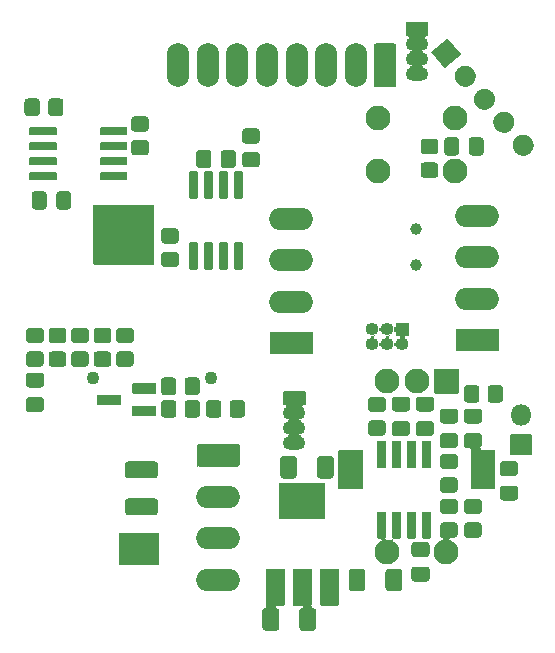
<source format=gbr>
G04 #@! TF.GenerationSoftware,KiCad,Pcbnew,(5.1.8)-1*
G04 #@! TF.CreationDate,2021-07-21T13:44:46+02:00*
G04 #@! TF.ProjectId,sensactUp2,73656e73-6163-4745-9570-322e6b696361,rev?*
G04 #@! TF.SameCoordinates,Original*
G04 #@! TF.FileFunction,Soldermask,Bot*
G04 #@! TF.FilePolarity,Negative*
%FSLAX46Y46*%
G04 Gerber Fmt 4.6, Leading zero omitted, Abs format (unit mm)*
G04 Created by KiCad (PCBNEW (5.1.8)-1) date 2021-07-21 13:44:46*
%MOMM*%
%LPD*%
G01*
G04 APERTURE LIST*
%ADD10O,1.902000X1.172000*%
%ADD11O,1.902000X3.702000*%
%ADD12C,1.002000*%
%ADD13C,2.102000*%
%ADD14C,1.102000*%
%ADD15C,0.100000*%
%ADD16O,1.802000X1.802000*%
%ADD17O,3.702000X1.902000*%
%ADD18O,1.102000X1.102000*%
G04 APERTURE END LIST*
G36*
G01*
X124187928Y-86451860D02*
X124187928Y-86451860D01*
G75*
G02*
X124076874Y-87721218I-690206J-579152D01*
G01*
X124076874Y-87721218D01*
G75*
G02*
X122807516Y-87610164I-579152J690206D01*
G01*
X122807516Y-87610164D01*
G75*
G02*
X122918570Y-86340806I690206J579152D01*
G01*
X122918570Y-86340806D01*
G75*
G02*
X124187928Y-86451860I579152J-690206D01*
G01*
G37*
G36*
G01*
X122555248Y-84506107D02*
X122555248Y-84506107D01*
G75*
G02*
X122444194Y-85775465I-690206J-579152D01*
G01*
X122444194Y-85775465D01*
G75*
G02*
X121174836Y-85664411I-579152J690206D01*
G01*
X121174836Y-85664411D01*
G75*
G02*
X121285890Y-84395053I690206J579152D01*
G01*
X121285890Y-84395053D01*
G75*
G02*
X122555248Y-84506107I579152J-690206D01*
G01*
G37*
G36*
G01*
X120922567Y-82560354D02*
X120922567Y-82560354D01*
G75*
G02*
X120811513Y-83829712I-690206J-579152D01*
G01*
X120811513Y-83829712D01*
G75*
G02*
X119542155Y-83718658I-579152J690206D01*
G01*
X119542155Y-83718658D01*
G75*
G02*
X119653209Y-82449300I690206J579152D01*
G01*
X119653209Y-82449300D01*
G75*
G02*
X120922567Y-82560354I579152J-690206D01*
G01*
G37*
G36*
G01*
X119289887Y-80614601D02*
X119289887Y-80614601D01*
G75*
G02*
X119178833Y-81883959I-690206J-579152D01*
G01*
X119178833Y-81883959D01*
G75*
G02*
X117909475Y-81772905I-579152J690206D01*
G01*
X117909475Y-81772905D01*
G75*
G02*
X118020529Y-80503547I690206J579152D01*
G01*
X118020529Y-80503547D01*
G75*
G02*
X119289887Y-80614601I579152J-690206D01*
G01*
G37*
G36*
G01*
X117110836Y-78017711D02*
X118203575Y-79319986D01*
G75*
G02*
X118197289Y-79391836I-39068J-32782D01*
G01*
X116895014Y-80484575D01*
G75*
G02*
X116823164Y-80478289I-32782J39068D01*
G01*
X115730425Y-79176014D01*
G75*
G02*
X115736711Y-79104164I39068J32782D01*
G01*
X117038986Y-78011425D01*
G75*
G02*
X117110836Y-78017711I32782J-39068D01*
G01*
G37*
D10*
X114500000Y-81026000D03*
X114500000Y-79756000D03*
X114500000Y-78486000D03*
G36*
G01*
X113600000Y-76630000D02*
X115400000Y-76630000D01*
G75*
G02*
X115451000Y-76681000I0J-51000D01*
G01*
X115451000Y-77751000D01*
G75*
G02*
X115400000Y-77802000I-51000J0D01*
G01*
X113600000Y-77802000D01*
G75*
G02*
X113549000Y-77751000I0J51000D01*
G01*
X113549000Y-76681000D01*
G75*
G02*
X113600000Y-76630000I51000J0D01*
G01*
G37*
D11*
X94314000Y-80264000D03*
X96814000Y-80264000D03*
X99314000Y-80264000D03*
X101814000Y-80264000D03*
X104314000Y-80264000D03*
X106814000Y-80264000D03*
X109314000Y-80264000D03*
G36*
G01*
X112765000Y-78677166D02*
X112765000Y-81850834D01*
G75*
G02*
X112500834Y-82115000I-264166J0D01*
G01*
X111127166Y-82115000D01*
G75*
G02*
X110863000Y-81850834I0J264166D01*
G01*
X110863000Y-78677166D01*
G75*
G02*
X111127166Y-78413000I264166J0D01*
G01*
X112500834Y-78413000D01*
G75*
G02*
X112765000Y-78677166I0J-264166D01*
G01*
G37*
D12*
X114427000Y-94131000D03*
X114427000Y-97131000D03*
G36*
G01*
X90579248Y-86582000D02*
X91538752Y-86582000D01*
G75*
G02*
X91810000Y-86853248I0J-271248D01*
G01*
X91810000Y-87612752D01*
G75*
G02*
X91538752Y-87884000I-271248J0D01*
G01*
X90579248Y-87884000D01*
G75*
G02*
X90308000Y-87612752I0J271248D01*
G01*
X90308000Y-86853248D01*
G75*
G02*
X90579248Y-86582000I271248J0D01*
G01*
G37*
G36*
G01*
X90579248Y-84582000D02*
X91538752Y-84582000D01*
G75*
G02*
X91810000Y-84853248I0J-271248D01*
G01*
X91810000Y-85612752D01*
G75*
G02*
X91538752Y-85884000I-271248J0D01*
G01*
X90579248Y-85884000D01*
G75*
G02*
X90308000Y-85612752I0J271248D01*
G01*
X90308000Y-84853248D01*
G75*
G02*
X90579248Y-84582000I271248J0D01*
G01*
G37*
G36*
G01*
X100936752Y-86900000D02*
X99977248Y-86900000D01*
G75*
G02*
X99706000Y-86628752I0J271248D01*
G01*
X99706000Y-85869248D01*
G75*
G02*
X99977248Y-85598000I271248J0D01*
G01*
X100936752Y-85598000D01*
G75*
G02*
X101208000Y-85869248I0J-271248D01*
G01*
X101208000Y-86628752D01*
G75*
G02*
X100936752Y-86900000I-271248J0D01*
G01*
G37*
G36*
G01*
X100936752Y-88900000D02*
X99977248Y-88900000D01*
G75*
G02*
X99706000Y-88628752I0J271248D01*
G01*
X99706000Y-87869248D01*
G75*
G02*
X99977248Y-87598000I271248J0D01*
G01*
X100936752Y-87598000D01*
G75*
G02*
X101208000Y-87869248I0J-271248D01*
G01*
X101208000Y-88628752D01*
G75*
G02*
X100936752Y-88900000I-271248J0D01*
G01*
G37*
G36*
G01*
X116049752Y-87789000D02*
X115090248Y-87789000D01*
G75*
G02*
X114819000Y-87517752I0J271248D01*
G01*
X114819000Y-86758248D01*
G75*
G02*
X115090248Y-86487000I271248J0D01*
G01*
X116049752Y-86487000D01*
G75*
G02*
X116321000Y-86758248I0J-271248D01*
G01*
X116321000Y-87517752D01*
G75*
G02*
X116049752Y-87789000I-271248J0D01*
G01*
G37*
G36*
G01*
X116049752Y-89789000D02*
X115090248Y-89789000D01*
G75*
G02*
X114819000Y-89517752I0J271248D01*
G01*
X114819000Y-88758248D01*
G75*
G02*
X115090248Y-88487000I271248J0D01*
G01*
X116049752Y-88487000D01*
G75*
G02*
X116321000Y-88758248I0J-271248D01*
G01*
X116321000Y-89517752D01*
G75*
G02*
X116049752Y-89789000I-271248J0D01*
G01*
G37*
G36*
G01*
X118890000Y-87626298D02*
X118890000Y-86617702D01*
G75*
G02*
X119161702Y-86346000I271702J0D01*
G01*
X119895298Y-86346000D01*
G75*
G02*
X120167000Y-86617702I0J-271702D01*
G01*
X120167000Y-87626298D01*
G75*
G02*
X119895298Y-87898000I-271702J0D01*
G01*
X119161702Y-87898000D01*
G75*
G02*
X118890000Y-87626298I0J271702D01*
G01*
G37*
G36*
G01*
X116815000Y-87626298D02*
X116815000Y-86617702D01*
G75*
G02*
X117086702Y-86346000I271702J0D01*
G01*
X117820298Y-86346000D01*
G75*
G02*
X118092000Y-86617702I0J-271702D01*
G01*
X118092000Y-87626298D01*
G75*
G02*
X117820298Y-87898000I-271702J0D01*
G01*
X117086702Y-87898000D01*
G75*
G02*
X116815000Y-87626298I0J271702D01*
G01*
G37*
D13*
X111250000Y-89250000D03*
X111250000Y-84750000D03*
X117750000Y-89250000D03*
X117750000Y-84750000D03*
D14*
X97041000Y-106700000D03*
X87041000Y-106700000D03*
G36*
G01*
X92169000Y-97167000D02*
X87169000Y-97167000D01*
G75*
G02*
X87118000Y-97116000I0J51000D01*
G01*
X87118000Y-92116000D01*
G75*
G02*
X87169000Y-92065000I51000J0D01*
G01*
X92169000Y-92065000D01*
G75*
G02*
X92220000Y-92116000I0J-51000D01*
G01*
X92220000Y-97116000D01*
G75*
G02*
X92169000Y-97167000I-51000J0D01*
G01*
G37*
G36*
G01*
X90268752Y-103791000D02*
X89309248Y-103791000D01*
G75*
G02*
X89038000Y-103519752I0J271248D01*
G01*
X89038000Y-102760248D01*
G75*
G02*
X89309248Y-102489000I271248J0D01*
G01*
X90268752Y-102489000D01*
G75*
G02*
X90540000Y-102760248I0J-271248D01*
G01*
X90540000Y-103519752D01*
G75*
G02*
X90268752Y-103791000I-271248J0D01*
G01*
G37*
G36*
G01*
X90268752Y-105791000D02*
X89309248Y-105791000D01*
G75*
G02*
X89038000Y-105519752I0J271248D01*
G01*
X89038000Y-104760248D01*
G75*
G02*
X89309248Y-104489000I271248J0D01*
G01*
X90268752Y-104489000D01*
G75*
G02*
X90540000Y-104760248I0J-271248D01*
G01*
X90540000Y-105519752D01*
G75*
G02*
X90268752Y-105791000I-271248J0D01*
G01*
G37*
G36*
G01*
X106049000Y-114981756D02*
X106049000Y-113618244D01*
G75*
G02*
X106318244Y-113349000I269244J0D01*
G01*
X107206756Y-113349000D01*
G75*
G02*
X107476000Y-113618244I0J-269244D01*
G01*
X107476000Y-114981756D01*
G75*
G02*
X107206756Y-115251000I-269244J0D01*
G01*
X106318244Y-115251000D01*
G75*
G02*
X106049000Y-114981756I0J269244D01*
G01*
G37*
G36*
G01*
X102924000Y-114981756D02*
X102924000Y-113618244D01*
G75*
G02*
X103193244Y-113349000I269244J0D01*
G01*
X104081756Y-113349000D01*
G75*
G02*
X104351000Y-113618244I0J-269244D01*
G01*
X104351000Y-114981756D01*
G75*
G02*
X104081756Y-115251000I-269244J0D01*
G01*
X103193244Y-115251000D01*
G75*
G02*
X102924000Y-114981756I0J269244D01*
G01*
G37*
G36*
G01*
X104549000Y-127881756D02*
X104549000Y-126518244D01*
G75*
G02*
X104818244Y-126249000I269244J0D01*
G01*
X105706756Y-126249000D01*
G75*
G02*
X105976000Y-126518244I0J-269244D01*
G01*
X105976000Y-127881756D01*
G75*
G02*
X105706756Y-128151000I-269244J0D01*
G01*
X104818244Y-128151000D01*
G75*
G02*
X104549000Y-127881756I0J269244D01*
G01*
G37*
G36*
G01*
X101424000Y-127881756D02*
X101424000Y-126518244D01*
G75*
G02*
X101693244Y-126249000I269244J0D01*
G01*
X102581756Y-126249000D01*
G75*
G02*
X102851000Y-126518244I0J-269244D01*
G01*
X102851000Y-127881756D01*
G75*
G02*
X102581756Y-128151000I-269244J0D01*
G01*
X101693244Y-128151000D01*
G75*
G02*
X101424000Y-127881756I0J269244D01*
G01*
G37*
G36*
G01*
X107850000Y-126001000D02*
X106350000Y-126001000D01*
G75*
G02*
X106299000Y-125950000I0J51000D01*
G01*
X106299000Y-122950000D01*
G75*
G02*
X106350000Y-122899000I51000J0D01*
G01*
X107850000Y-122899000D01*
G75*
G02*
X107901000Y-122950000I0J-51000D01*
G01*
X107901000Y-125950000D01*
G75*
G02*
X107850000Y-126001000I-51000J0D01*
G01*
G37*
G36*
G01*
X103250000Y-126001000D02*
X101750000Y-126001000D01*
G75*
G02*
X101699000Y-125950000I0J51000D01*
G01*
X101699000Y-122950000D01*
G75*
G02*
X101750000Y-122899000I51000J0D01*
G01*
X103250000Y-122899000D01*
G75*
G02*
X103301000Y-122950000I0J-51000D01*
G01*
X103301000Y-125950000D01*
G75*
G02*
X103250000Y-126001000I-51000J0D01*
G01*
G37*
G36*
G01*
X105550000Y-126001000D02*
X104050000Y-126001000D01*
G75*
G02*
X103999000Y-125950000I0J51000D01*
G01*
X103999000Y-122950000D01*
G75*
G02*
X104050000Y-122899000I51000J0D01*
G01*
X105550000Y-122899000D01*
G75*
G02*
X105601000Y-122950000I0J-51000D01*
G01*
X105601000Y-125950000D01*
G75*
G02*
X105550000Y-126001000I-51000J0D01*
G01*
G37*
G36*
G01*
X106700000Y-118701000D02*
X102900000Y-118701000D01*
G75*
G02*
X102849000Y-118650000I0J51000D01*
G01*
X102849000Y-115650000D01*
G75*
G02*
X102900000Y-115599000I51000J0D01*
G01*
X106700000Y-115599000D01*
G75*
G02*
X106751000Y-115650000I0J-51000D01*
G01*
X106751000Y-118650000D01*
G75*
G02*
X106700000Y-118701000I-51000J0D01*
G01*
G37*
D15*
G36*
X92701000Y-122551000D02*
G01*
X89299000Y-122551000D01*
X89299000Y-119849000D01*
X92701000Y-119849000D01*
X92701000Y-122551000D01*
G37*
G36*
G01*
X116000000Y-105949000D02*
X118000000Y-105949000D01*
G75*
G02*
X118051000Y-106000000I0J-51000D01*
G01*
X118051000Y-108000000D01*
G75*
G02*
X118000000Y-108051000I-51000J0D01*
G01*
X116000000Y-108051000D01*
G75*
G02*
X115949000Y-108000000I0J51000D01*
G01*
X115949000Y-106000000D01*
G75*
G02*
X116000000Y-105949000I51000J0D01*
G01*
G37*
D13*
X114500000Y-107000000D03*
X112000000Y-107000000D03*
G36*
G01*
X119100000Y-112849000D02*
X121100000Y-112849000D01*
G75*
G02*
X121151000Y-112900000I0J-51000D01*
G01*
X121151000Y-116100000D01*
G75*
G02*
X121100000Y-116151000I-51000J0D01*
G01*
X119100000Y-116151000D01*
G75*
G02*
X119049000Y-116100000I0J51000D01*
G01*
X119049000Y-112900000D01*
G75*
G02*
X119100000Y-112849000I51000J0D01*
G01*
G37*
G36*
G01*
X107900000Y-112849000D02*
X109900000Y-112849000D01*
G75*
G02*
X109951000Y-112900000I0J-51000D01*
G01*
X109951000Y-116100000D01*
G75*
G02*
X109900000Y-116151000I-51000J0D01*
G01*
X107900000Y-116151000D01*
G75*
G02*
X107849000Y-116100000I0J51000D01*
G01*
X107849000Y-112900000D01*
G75*
G02*
X107900000Y-112849000I51000J0D01*
G01*
G37*
X117000000Y-121500000D03*
X112000000Y-121500000D03*
G36*
G01*
X84553752Y-103791000D02*
X83594248Y-103791000D01*
G75*
G02*
X83323000Y-103519752I0J271248D01*
G01*
X83323000Y-102760248D01*
G75*
G02*
X83594248Y-102489000I271248J0D01*
G01*
X84553752Y-102489000D01*
G75*
G02*
X84825000Y-102760248I0J-271248D01*
G01*
X84825000Y-103519752D01*
G75*
G02*
X84553752Y-103791000I-271248J0D01*
G01*
G37*
G36*
G01*
X84553752Y-105791000D02*
X83594248Y-105791000D01*
G75*
G02*
X83323000Y-105519752I0J271248D01*
G01*
X83323000Y-104760248D01*
G75*
G02*
X83594248Y-104489000I271248J0D01*
G01*
X84553752Y-104489000D01*
G75*
G02*
X84825000Y-104760248I0J-271248D01*
G01*
X84825000Y-105519752D01*
G75*
G02*
X84553752Y-105791000I-271248J0D01*
G01*
G37*
G36*
G01*
X81689248Y-104489000D02*
X82648752Y-104489000D01*
G75*
G02*
X82920000Y-104760248I0J-271248D01*
G01*
X82920000Y-105519752D01*
G75*
G02*
X82648752Y-105791000I-271248J0D01*
G01*
X81689248Y-105791000D01*
G75*
G02*
X81418000Y-105519752I0J271248D01*
G01*
X81418000Y-104760248D01*
G75*
G02*
X81689248Y-104489000I271248J0D01*
G01*
G37*
G36*
G01*
X81689248Y-102489000D02*
X82648752Y-102489000D01*
G75*
G02*
X82920000Y-102760248I0J-271248D01*
G01*
X82920000Y-103519752D01*
G75*
G02*
X82648752Y-103791000I-271248J0D01*
G01*
X81689248Y-103791000D01*
G75*
G02*
X81418000Y-103519752I0J271248D01*
G01*
X81418000Y-102760248D01*
G75*
G02*
X81689248Y-102489000I271248J0D01*
G01*
G37*
G36*
G01*
X81664702Y-108349000D02*
X82673298Y-108349000D01*
G75*
G02*
X82945000Y-108620702I0J-271702D01*
G01*
X82945000Y-109354298D01*
G75*
G02*
X82673298Y-109626000I-271702J0D01*
G01*
X81664702Y-109626000D01*
G75*
G02*
X81393000Y-109354298I0J271702D01*
G01*
X81393000Y-108620702D01*
G75*
G02*
X81664702Y-108349000I271702J0D01*
G01*
G37*
G36*
G01*
X81664702Y-106274000D02*
X82673298Y-106274000D01*
G75*
G02*
X82945000Y-106545702I0J-271702D01*
G01*
X82945000Y-107279298D01*
G75*
G02*
X82673298Y-107551000I-271702J0D01*
G01*
X81664702Y-107551000D01*
G75*
G02*
X81393000Y-107279298I0J271702D01*
G01*
X81393000Y-106545702D01*
G75*
G02*
X81664702Y-106274000I271702J0D01*
G01*
G37*
G36*
G01*
X83965000Y-92198298D02*
X83965000Y-91189702D01*
G75*
G02*
X84236702Y-90918000I271702J0D01*
G01*
X84970298Y-90918000D01*
G75*
G02*
X85242000Y-91189702I0J-271702D01*
G01*
X85242000Y-92198298D01*
G75*
G02*
X84970298Y-92470000I-271702J0D01*
G01*
X84236702Y-92470000D01*
G75*
G02*
X83965000Y-92198298I0J271702D01*
G01*
G37*
G36*
G01*
X81890000Y-92198298D02*
X81890000Y-91189702D01*
G75*
G02*
X82161702Y-90918000I271702J0D01*
G01*
X82895298Y-90918000D01*
G75*
G02*
X83167000Y-91189702I0J-271702D01*
G01*
X83167000Y-92198298D01*
G75*
G02*
X82895298Y-92470000I-271702J0D01*
G01*
X82161702Y-92470000D01*
G75*
G02*
X81890000Y-92198298I0J271702D01*
G01*
G37*
G36*
G01*
X117725298Y-110599000D02*
X116716702Y-110599000D01*
G75*
G02*
X116445000Y-110327298I0J271702D01*
G01*
X116445000Y-109593702D01*
G75*
G02*
X116716702Y-109322000I271702J0D01*
G01*
X117725298Y-109322000D01*
G75*
G02*
X117997000Y-109593702I0J-271702D01*
G01*
X117997000Y-110327298D01*
G75*
G02*
X117725298Y-110599000I-271702J0D01*
G01*
G37*
G36*
G01*
X117725298Y-112674000D02*
X116716702Y-112674000D01*
G75*
G02*
X116445000Y-112402298I0J271702D01*
G01*
X116445000Y-111668702D01*
G75*
G02*
X116716702Y-111397000I271702J0D01*
G01*
X117725298Y-111397000D01*
G75*
G02*
X117997000Y-111668702I0J-271702D01*
G01*
X117997000Y-112402298D01*
G75*
G02*
X117725298Y-112674000I-271702J0D01*
G01*
G37*
G36*
G01*
X117700752Y-118269000D02*
X116741248Y-118269000D01*
G75*
G02*
X116470000Y-117997752I0J271248D01*
G01*
X116470000Y-117238248D01*
G75*
G02*
X116741248Y-116967000I271248J0D01*
G01*
X117700752Y-116967000D01*
G75*
G02*
X117972000Y-117238248I0J-271248D01*
G01*
X117972000Y-117997752D01*
G75*
G02*
X117700752Y-118269000I-271248J0D01*
G01*
G37*
G36*
G01*
X117700752Y-120269000D02*
X116741248Y-120269000D01*
G75*
G02*
X116470000Y-119997752I0J271248D01*
G01*
X116470000Y-119238248D01*
G75*
G02*
X116741248Y-118967000I271248J0D01*
G01*
X117700752Y-118967000D01*
G75*
G02*
X117972000Y-119238248I0J-271248D01*
G01*
X117972000Y-119997752D01*
G75*
G02*
X117700752Y-120269000I-271248J0D01*
G01*
G37*
G36*
G01*
X117700752Y-114459000D02*
X116741248Y-114459000D01*
G75*
G02*
X116470000Y-114187752I0J271248D01*
G01*
X116470000Y-113428248D01*
G75*
G02*
X116741248Y-113157000I271248J0D01*
G01*
X117700752Y-113157000D01*
G75*
G02*
X117972000Y-113428248I0J-271248D01*
G01*
X117972000Y-114187752D01*
G75*
G02*
X117700752Y-114459000I-271248J0D01*
G01*
G37*
G36*
G01*
X117700752Y-116459000D02*
X116741248Y-116459000D01*
G75*
G02*
X116470000Y-116187752I0J271248D01*
G01*
X116470000Y-115428248D01*
G75*
G02*
X116741248Y-115157000I271248J0D01*
G01*
X117700752Y-115157000D01*
G75*
G02*
X117972000Y-115428248I0J-271248D01*
G01*
X117972000Y-116187752D01*
G75*
G02*
X117700752Y-116459000I-271248J0D01*
G01*
G37*
G36*
G01*
X115693298Y-109583000D02*
X114684702Y-109583000D01*
G75*
G02*
X114413000Y-109311298I0J271702D01*
G01*
X114413000Y-108577702D01*
G75*
G02*
X114684702Y-108306000I271702J0D01*
G01*
X115693298Y-108306000D01*
G75*
G02*
X115965000Y-108577702I0J-271702D01*
G01*
X115965000Y-109311298D01*
G75*
G02*
X115693298Y-109583000I-271702J0D01*
G01*
G37*
G36*
G01*
X115693298Y-111658000D02*
X114684702Y-111658000D01*
G75*
G02*
X114413000Y-111386298I0J271702D01*
G01*
X114413000Y-110652702D01*
G75*
G02*
X114684702Y-110381000I271702J0D01*
G01*
X115693298Y-110381000D01*
G75*
G02*
X115965000Y-110652702I0J-271702D01*
G01*
X115965000Y-111386298D01*
G75*
G02*
X115693298Y-111658000I-271702J0D01*
G01*
G37*
G36*
G01*
X114303702Y-122700000D02*
X115312298Y-122700000D01*
G75*
G02*
X115584000Y-122971702I0J-271702D01*
G01*
X115584000Y-123705298D01*
G75*
G02*
X115312298Y-123977000I-271702J0D01*
G01*
X114303702Y-123977000D01*
G75*
G02*
X114032000Y-123705298I0J271702D01*
G01*
X114032000Y-122971702D01*
G75*
G02*
X114303702Y-122700000I271702J0D01*
G01*
G37*
G36*
G01*
X114303702Y-120625000D02*
X115312298Y-120625000D01*
G75*
G02*
X115584000Y-120896702I0J-271702D01*
G01*
X115584000Y-121630298D01*
G75*
G02*
X115312298Y-121902000I-271702J0D01*
G01*
X114303702Y-121902000D01*
G75*
G02*
X114032000Y-121630298I0J271702D01*
G01*
X114032000Y-120896702D01*
G75*
G02*
X114303702Y-120625000I271702J0D01*
G01*
G37*
D16*
X123317000Y-109855000D03*
G36*
G01*
X124218000Y-111545000D02*
X124218000Y-113245000D01*
G75*
G02*
X124167000Y-113296000I-51000J0D01*
G01*
X122467000Y-113296000D01*
G75*
G02*
X122416000Y-113245000I0J51000D01*
G01*
X122416000Y-111545000D01*
G75*
G02*
X122467000Y-111494000I51000J0D01*
G01*
X124167000Y-111494000D01*
G75*
G02*
X124218000Y-111545000I0J-51000D01*
G01*
G37*
D17*
X97700000Y-123800000D03*
X97700000Y-120300000D03*
X97700000Y-116800000D03*
G36*
G01*
X96113166Y-112349000D02*
X99286834Y-112349000D01*
G75*
G02*
X99551000Y-112613166I0J-264166D01*
G01*
X99551000Y-113986834D01*
G75*
G02*
X99286834Y-114251000I-264166J0D01*
G01*
X96113166Y-114251000D01*
G75*
G02*
X95849000Y-113986834I0J264166D01*
G01*
X95849000Y-112613166D01*
G75*
G02*
X96113166Y-112349000I264166J0D01*
G01*
G37*
X119634000Y-93005000D03*
X119634000Y-96505000D03*
X119634000Y-100005000D03*
G36*
G01*
X121220834Y-104456000D02*
X118047166Y-104456000D01*
G75*
G02*
X117783000Y-104191834I0J264166D01*
G01*
X117783000Y-102818166D01*
G75*
G02*
X118047166Y-102554000I264166J0D01*
G01*
X121220834Y-102554000D01*
G75*
G02*
X121485000Y-102818166I0J-264166D01*
G01*
X121485000Y-104191834D01*
G75*
G02*
X121220834Y-104456000I-264166J0D01*
G01*
G37*
D18*
X110744000Y-103886000D03*
X110744000Y-102616000D03*
X112014000Y-103886000D03*
X112014000Y-102616000D03*
X113284000Y-103886000D03*
G36*
G01*
X112784000Y-102065000D02*
X113784000Y-102065000D01*
G75*
G02*
X113835000Y-102116000I0J-51000D01*
G01*
X113835000Y-103116000D01*
G75*
G02*
X113784000Y-103167000I-51000J0D01*
G01*
X112784000Y-103167000D01*
G75*
G02*
X112733000Y-103116000I0J51000D01*
G01*
X112733000Y-102116000D01*
G75*
G02*
X112784000Y-102065000I51000J0D01*
G01*
G37*
G36*
G01*
X111206000Y-118054000D02*
X111806000Y-118054000D01*
G75*
G02*
X111857000Y-118105000I0J-51000D01*
G01*
X111857000Y-120305000D01*
G75*
G02*
X111806000Y-120356000I-51000J0D01*
G01*
X111206000Y-120356000D01*
G75*
G02*
X111155000Y-120305000I0J51000D01*
G01*
X111155000Y-118105000D01*
G75*
G02*
X111206000Y-118054000I51000J0D01*
G01*
G37*
G36*
G01*
X112476000Y-118054000D02*
X113076000Y-118054000D01*
G75*
G02*
X113127000Y-118105000I0J-51000D01*
G01*
X113127000Y-120305000D01*
G75*
G02*
X113076000Y-120356000I-51000J0D01*
G01*
X112476000Y-120356000D01*
G75*
G02*
X112425000Y-120305000I0J51000D01*
G01*
X112425000Y-118105000D01*
G75*
G02*
X112476000Y-118054000I51000J0D01*
G01*
G37*
G36*
G01*
X113746000Y-118054000D02*
X114346000Y-118054000D01*
G75*
G02*
X114397000Y-118105000I0J-51000D01*
G01*
X114397000Y-120305000D01*
G75*
G02*
X114346000Y-120356000I-51000J0D01*
G01*
X113746000Y-120356000D01*
G75*
G02*
X113695000Y-120305000I0J51000D01*
G01*
X113695000Y-118105000D01*
G75*
G02*
X113746000Y-118054000I51000J0D01*
G01*
G37*
G36*
G01*
X115016000Y-118054000D02*
X115616000Y-118054000D01*
G75*
G02*
X115667000Y-118105000I0J-51000D01*
G01*
X115667000Y-120305000D01*
G75*
G02*
X115616000Y-120356000I-51000J0D01*
G01*
X115016000Y-120356000D01*
G75*
G02*
X114965000Y-120305000I0J51000D01*
G01*
X114965000Y-118105000D01*
G75*
G02*
X115016000Y-118054000I51000J0D01*
G01*
G37*
G36*
G01*
X115016000Y-112054000D02*
X115616000Y-112054000D01*
G75*
G02*
X115667000Y-112105000I0J-51000D01*
G01*
X115667000Y-114305000D01*
G75*
G02*
X115616000Y-114356000I-51000J0D01*
G01*
X115016000Y-114356000D01*
G75*
G02*
X114965000Y-114305000I0J51000D01*
G01*
X114965000Y-112105000D01*
G75*
G02*
X115016000Y-112054000I51000J0D01*
G01*
G37*
G36*
G01*
X113746000Y-112054000D02*
X114346000Y-112054000D01*
G75*
G02*
X114397000Y-112105000I0J-51000D01*
G01*
X114397000Y-114305000D01*
G75*
G02*
X114346000Y-114356000I-51000J0D01*
G01*
X113746000Y-114356000D01*
G75*
G02*
X113695000Y-114305000I0J51000D01*
G01*
X113695000Y-112105000D01*
G75*
G02*
X113746000Y-112054000I51000J0D01*
G01*
G37*
G36*
G01*
X112476000Y-112054000D02*
X113076000Y-112054000D01*
G75*
G02*
X113127000Y-112105000I0J-51000D01*
G01*
X113127000Y-114305000D01*
G75*
G02*
X113076000Y-114356000I-51000J0D01*
G01*
X112476000Y-114356000D01*
G75*
G02*
X112425000Y-114305000I0J51000D01*
G01*
X112425000Y-112105000D01*
G75*
G02*
X112476000Y-112054000I51000J0D01*
G01*
G37*
G36*
G01*
X111206000Y-112054000D02*
X111806000Y-112054000D01*
G75*
G02*
X111857000Y-112105000I0J-51000D01*
G01*
X111857000Y-114305000D01*
G75*
G02*
X111806000Y-114356000I-51000J0D01*
G01*
X111206000Y-114356000D01*
G75*
G02*
X111155000Y-114305000I0J51000D01*
G01*
X111155000Y-112105000D01*
G75*
G02*
X111206000Y-112054000I51000J0D01*
G01*
G37*
D10*
X104140000Y-112268000D03*
X104140000Y-110998000D03*
X104140000Y-109728000D03*
G36*
G01*
X103240000Y-107872000D02*
X105040000Y-107872000D01*
G75*
G02*
X105091000Y-107923000I0J-51000D01*
G01*
X105091000Y-108993000D01*
G75*
G02*
X105040000Y-109044000I-51000J0D01*
G01*
X103240000Y-109044000D01*
G75*
G02*
X103189000Y-108993000I0J51000D01*
G01*
X103189000Y-107923000D01*
G75*
G02*
X103240000Y-107872000I51000J0D01*
G01*
G37*
G36*
G01*
X92317756Y-115229000D02*
X90054244Y-115229000D01*
G75*
G02*
X89785000Y-114959756I0J269244D01*
G01*
X89785000Y-114071244D01*
G75*
G02*
X90054244Y-113802000I269244J0D01*
G01*
X92317756Y-113802000D01*
G75*
G02*
X92587000Y-114071244I0J-269244D01*
G01*
X92587000Y-114959756D01*
G75*
G02*
X92317756Y-115229000I-269244J0D01*
G01*
G37*
G36*
G01*
X92317756Y-118354000D02*
X90054244Y-118354000D01*
G75*
G02*
X89785000Y-118084756I0J269244D01*
G01*
X89785000Y-117196244D01*
G75*
G02*
X90054244Y-116927000I269244J0D01*
G01*
X92317756Y-116927000D01*
G75*
G02*
X92587000Y-117196244I0J-269244D01*
G01*
X92587000Y-118084756D01*
G75*
G02*
X92317756Y-118354000I-269244J0D01*
G01*
G37*
G36*
G01*
X110149000Y-123143244D02*
X110149000Y-124506756D01*
G75*
G02*
X109879756Y-124776000I-269244J0D01*
G01*
X108991244Y-124776000D01*
G75*
G02*
X108722000Y-124506756I0J269244D01*
G01*
X108722000Y-123143244D01*
G75*
G02*
X108991244Y-122874000I269244J0D01*
G01*
X109879756Y-122874000D01*
G75*
G02*
X110149000Y-123143244I0J-269244D01*
G01*
G37*
G36*
G01*
X113274000Y-123143244D02*
X113274000Y-124506756D01*
G75*
G02*
X113004756Y-124776000I-269244J0D01*
G01*
X112116244Y-124776000D01*
G75*
G02*
X111847000Y-124506756I0J269244D01*
G01*
X111847000Y-123143244D01*
G75*
G02*
X112116244Y-122874000I269244J0D01*
G01*
X113004756Y-122874000D01*
G75*
G02*
X113274000Y-123143244I0J-269244D01*
G01*
G37*
G36*
G01*
X95295000Y-95249000D02*
X95895000Y-95249000D01*
G75*
G02*
X95946000Y-95300000I0J-51000D01*
G01*
X95946000Y-97500000D01*
G75*
G02*
X95895000Y-97551000I-51000J0D01*
G01*
X95295000Y-97551000D01*
G75*
G02*
X95244000Y-97500000I0J51000D01*
G01*
X95244000Y-95300000D01*
G75*
G02*
X95295000Y-95249000I51000J0D01*
G01*
G37*
G36*
G01*
X96565000Y-95249000D02*
X97165000Y-95249000D01*
G75*
G02*
X97216000Y-95300000I0J-51000D01*
G01*
X97216000Y-97500000D01*
G75*
G02*
X97165000Y-97551000I-51000J0D01*
G01*
X96565000Y-97551000D01*
G75*
G02*
X96514000Y-97500000I0J51000D01*
G01*
X96514000Y-95300000D01*
G75*
G02*
X96565000Y-95249000I51000J0D01*
G01*
G37*
G36*
G01*
X97835000Y-95249000D02*
X98435000Y-95249000D01*
G75*
G02*
X98486000Y-95300000I0J-51000D01*
G01*
X98486000Y-97500000D01*
G75*
G02*
X98435000Y-97551000I-51000J0D01*
G01*
X97835000Y-97551000D01*
G75*
G02*
X97784000Y-97500000I0J51000D01*
G01*
X97784000Y-95300000D01*
G75*
G02*
X97835000Y-95249000I51000J0D01*
G01*
G37*
G36*
G01*
X99105000Y-95249000D02*
X99705000Y-95249000D01*
G75*
G02*
X99756000Y-95300000I0J-51000D01*
G01*
X99756000Y-97500000D01*
G75*
G02*
X99705000Y-97551000I-51000J0D01*
G01*
X99105000Y-97551000D01*
G75*
G02*
X99054000Y-97500000I0J51000D01*
G01*
X99054000Y-95300000D01*
G75*
G02*
X99105000Y-95249000I51000J0D01*
G01*
G37*
G36*
G01*
X99105000Y-89249000D02*
X99705000Y-89249000D01*
G75*
G02*
X99756000Y-89300000I0J-51000D01*
G01*
X99756000Y-91500000D01*
G75*
G02*
X99705000Y-91551000I-51000J0D01*
G01*
X99105000Y-91551000D01*
G75*
G02*
X99054000Y-91500000I0J51000D01*
G01*
X99054000Y-89300000D01*
G75*
G02*
X99105000Y-89249000I51000J0D01*
G01*
G37*
G36*
G01*
X97835000Y-89249000D02*
X98435000Y-89249000D01*
G75*
G02*
X98486000Y-89300000I0J-51000D01*
G01*
X98486000Y-91500000D01*
G75*
G02*
X98435000Y-91551000I-51000J0D01*
G01*
X97835000Y-91551000D01*
G75*
G02*
X97784000Y-91500000I0J51000D01*
G01*
X97784000Y-89300000D01*
G75*
G02*
X97835000Y-89249000I51000J0D01*
G01*
G37*
G36*
G01*
X96565000Y-89249000D02*
X97165000Y-89249000D01*
G75*
G02*
X97216000Y-89300000I0J-51000D01*
G01*
X97216000Y-91500000D01*
G75*
G02*
X97165000Y-91551000I-51000J0D01*
G01*
X96565000Y-91551000D01*
G75*
G02*
X96514000Y-91500000I0J51000D01*
G01*
X96514000Y-89300000D01*
G75*
G02*
X96565000Y-89249000I51000J0D01*
G01*
G37*
G36*
G01*
X95295000Y-89249000D02*
X95895000Y-89249000D01*
G75*
G02*
X95946000Y-89300000I0J-51000D01*
G01*
X95946000Y-91500000D01*
G75*
G02*
X95895000Y-91551000I-51000J0D01*
G01*
X95295000Y-91551000D01*
G75*
G02*
X95244000Y-91500000I0J51000D01*
G01*
X95244000Y-89300000D01*
G75*
G02*
X95295000Y-89249000I51000J0D01*
G01*
G37*
G36*
G01*
X87701000Y-89962000D02*
X87701000Y-89362000D01*
G75*
G02*
X87752000Y-89311000I51000J0D01*
G01*
X89952000Y-89311000D01*
G75*
G02*
X90003000Y-89362000I0J-51000D01*
G01*
X90003000Y-89962000D01*
G75*
G02*
X89952000Y-90013000I-51000J0D01*
G01*
X87752000Y-90013000D01*
G75*
G02*
X87701000Y-89962000I0J51000D01*
G01*
G37*
G36*
G01*
X87701000Y-88692000D02*
X87701000Y-88092000D01*
G75*
G02*
X87752000Y-88041000I51000J0D01*
G01*
X89952000Y-88041000D01*
G75*
G02*
X90003000Y-88092000I0J-51000D01*
G01*
X90003000Y-88692000D01*
G75*
G02*
X89952000Y-88743000I-51000J0D01*
G01*
X87752000Y-88743000D01*
G75*
G02*
X87701000Y-88692000I0J51000D01*
G01*
G37*
G36*
G01*
X87701000Y-87422000D02*
X87701000Y-86822000D01*
G75*
G02*
X87752000Y-86771000I51000J0D01*
G01*
X89952000Y-86771000D01*
G75*
G02*
X90003000Y-86822000I0J-51000D01*
G01*
X90003000Y-87422000D01*
G75*
G02*
X89952000Y-87473000I-51000J0D01*
G01*
X87752000Y-87473000D01*
G75*
G02*
X87701000Y-87422000I0J51000D01*
G01*
G37*
G36*
G01*
X87701000Y-86152000D02*
X87701000Y-85552000D01*
G75*
G02*
X87752000Y-85501000I51000J0D01*
G01*
X89952000Y-85501000D01*
G75*
G02*
X90003000Y-85552000I0J-51000D01*
G01*
X90003000Y-86152000D01*
G75*
G02*
X89952000Y-86203000I-51000J0D01*
G01*
X87752000Y-86203000D01*
G75*
G02*
X87701000Y-86152000I0J51000D01*
G01*
G37*
G36*
G01*
X81701000Y-86152000D02*
X81701000Y-85552000D01*
G75*
G02*
X81752000Y-85501000I51000J0D01*
G01*
X83952000Y-85501000D01*
G75*
G02*
X84003000Y-85552000I0J-51000D01*
G01*
X84003000Y-86152000D01*
G75*
G02*
X83952000Y-86203000I-51000J0D01*
G01*
X81752000Y-86203000D01*
G75*
G02*
X81701000Y-86152000I0J51000D01*
G01*
G37*
G36*
G01*
X81701000Y-87422000D02*
X81701000Y-86822000D01*
G75*
G02*
X81752000Y-86771000I51000J0D01*
G01*
X83952000Y-86771000D01*
G75*
G02*
X84003000Y-86822000I0J-51000D01*
G01*
X84003000Y-87422000D01*
G75*
G02*
X83952000Y-87473000I-51000J0D01*
G01*
X81752000Y-87473000D01*
G75*
G02*
X81701000Y-87422000I0J51000D01*
G01*
G37*
G36*
G01*
X81701000Y-88692000D02*
X81701000Y-88092000D01*
G75*
G02*
X81752000Y-88041000I51000J0D01*
G01*
X83952000Y-88041000D01*
G75*
G02*
X84003000Y-88092000I0J-51000D01*
G01*
X84003000Y-88692000D01*
G75*
G02*
X83952000Y-88743000I-51000J0D01*
G01*
X81752000Y-88743000D01*
G75*
G02*
X81701000Y-88692000I0J51000D01*
G01*
G37*
G36*
G01*
X81701000Y-89962000D02*
X81701000Y-89362000D01*
G75*
G02*
X81752000Y-89311000I51000J0D01*
G01*
X83952000Y-89311000D01*
G75*
G02*
X84003000Y-89362000I0J-51000D01*
G01*
X84003000Y-89962000D01*
G75*
G02*
X83952000Y-90013000I-51000J0D01*
G01*
X81752000Y-90013000D01*
G75*
G02*
X81701000Y-89962000I0J51000D01*
G01*
G37*
G36*
G01*
X98647000Y-109826752D02*
X98647000Y-108867248D01*
G75*
G02*
X98918248Y-108596000I271248J0D01*
G01*
X99677752Y-108596000D01*
G75*
G02*
X99949000Y-108867248I0J-271248D01*
G01*
X99949000Y-109826752D01*
G75*
G02*
X99677752Y-110098000I-271248J0D01*
G01*
X98918248Y-110098000D01*
G75*
G02*
X98647000Y-109826752I0J271248D01*
G01*
G37*
G36*
G01*
X96647000Y-109826752D02*
X96647000Y-108867248D01*
G75*
G02*
X96918248Y-108596000I271248J0D01*
G01*
X97677752Y-108596000D01*
G75*
G02*
X97949000Y-108867248I0J-271248D01*
G01*
X97949000Y-109826752D01*
G75*
G02*
X97677752Y-110098000I-271248J0D01*
G01*
X96918248Y-110098000D01*
G75*
G02*
X96647000Y-109826752I0J271248D01*
G01*
G37*
G36*
G01*
X82582000Y-83340248D02*
X82582000Y-84299752D01*
G75*
G02*
X82310752Y-84571000I-271248J0D01*
G01*
X81551248Y-84571000D01*
G75*
G02*
X81280000Y-84299752I0J271248D01*
G01*
X81280000Y-83340248D01*
G75*
G02*
X81551248Y-83069000I271248J0D01*
G01*
X82310752Y-83069000D01*
G75*
G02*
X82582000Y-83340248I0J-271248D01*
G01*
G37*
G36*
G01*
X84582000Y-83340248D02*
X84582000Y-84299752D01*
G75*
G02*
X84310752Y-84571000I-271248J0D01*
G01*
X83551248Y-84571000D01*
G75*
G02*
X83280000Y-84299752I0J271248D01*
G01*
X83280000Y-83340248D01*
G75*
G02*
X83551248Y-83069000I271248J0D01*
G01*
X84310752Y-83069000D01*
G75*
G02*
X84582000Y-83340248I0J-271248D01*
G01*
G37*
G36*
G01*
X94139000Y-108867248D02*
X94139000Y-109826752D01*
G75*
G02*
X93867752Y-110098000I-271248J0D01*
G01*
X93108248Y-110098000D01*
G75*
G02*
X92837000Y-109826752I0J271248D01*
G01*
X92837000Y-108867248D01*
G75*
G02*
X93108248Y-108596000I271248J0D01*
G01*
X93867752Y-108596000D01*
G75*
G02*
X94139000Y-108867248I0J-271248D01*
G01*
G37*
G36*
G01*
X96139000Y-108867248D02*
X96139000Y-109826752D01*
G75*
G02*
X95867752Y-110098000I-271248J0D01*
G01*
X95108248Y-110098000D01*
G75*
G02*
X94837000Y-109826752I0J271248D01*
G01*
X94837000Y-108867248D01*
G75*
G02*
X95108248Y-108596000I271248J0D01*
G01*
X95867752Y-108596000D01*
G75*
G02*
X96139000Y-108867248I0J-271248D01*
G01*
G37*
G36*
G01*
X94837000Y-107921752D02*
X94837000Y-106962248D01*
G75*
G02*
X95108248Y-106691000I271248J0D01*
G01*
X95867752Y-106691000D01*
G75*
G02*
X96139000Y-106962248I0J-271248D01*
G01*
X96139000Y-107921752D01*
G75*
G02*
X95867752Y-108193000I-271248J0D01*
G01*
X95108248Y-108193000D01*
G75*
G02*
X94837000Y-107921752I0J271248D01*
G01*
G37*
G36*
G01*
X92837000Y-107921752D02*
X92837000Y-106962248D01*
G75*
G02*
X93108248Y-106691000I271248J0D01*
G01*
X93867752Y-106691000D01*
G75*
G02*
X94139000Y-106962248I0J-271248D01*
G01*
X94139000Y-107921752D01*
G75*
G02*
X93867752Y-108193000I-271248J0D01*
G01*
X93108248Y-108193000D01*
G75*
G02*
X92837000Y-107921752I0J271248D01*
G01*
G37*
G36*
G01*
X94079752Y-95351000D02*
X93120248Y-95351000D01*
G75*
G02*
X92849000Y-95079752I0J271248D01*
G01*
X92849000Y-94320248D01*
G75*
G02*
X93120248Y-94049000I271248J0D01*
G01*
X94079752Y-94049000D01*
G75*
G02*
X94351000Y-94320248I0J-271248D01*
G01*
X94351000Y-95079752D01*
G75*
G02*
X94079752Y-95351000I-271248J0D01*
G01*
G37*
G36*
G01*
X94079752Y-97351000D02*
X93120248Y-97351000D01*
G75*
G02*
X92849000Y-97079752I0J271248D01*
G01*
X92849000Y-96320248D01*
G75*
G02*
X93120248Y-96049000I271248J0D01*
G01*
X94079752Y-96049000D01*
G75*
G02*
X94351000Y-96320248I0J-271248D01*
G01*
X94351000Y-97079752D01*
G75*
G02*
X94079752Y-97351000I-271248J0D01*
G01*
G37*
G36*
G01*
X118773248Y-118967000D02*
X119732752Y-118967000D01*
G75*
G02*
X120004000Y-119238248I0J-271248D01*
G01*
X120004000Y-119997752D01*
G75*
G02*
X119732752Y-120269000I-271248J0D01*
G01*
X118773248Y-120269000D01*
G75*
G02*
X118502000Y-119997752I0J271248D01*
G01*
X118502000Y-119238248D01*
G75*
G02*
X118773248Y-118967000I271248J0D01*
G01*
G37*
G36*
G01*
X118773248Y-116967000D02*
X119732752Y-116967000D01*
G75*
G02*
X120004000Y-117238248I0J-271248D01*
G01*
X120004000Y-117997752D01*
G75*
G02*
X119732752Y-118269000I-271248J0D01*
G01*
X118773248Y-118269000D01*
G75*
G02*
X118502000Y-117997752I0J271248D01*
G01*
X118502000Y-117238248D01*
G75*
G02*
X118773248Y-116967000I271248J0D01*
G01*
G37*
G36*
G01*
X110645248Y-110331000D02*
X111604752Y-110331000D01*
G75*
G02*
X111876000Y-110602248I0J-271248D01*
G01*
X111876000Y-111361752D01*
G75*
G02*
X111604752Y-111633000I-271248J0D01*
G01*
X110645248Y-111633000D01*
G75*
G02*
X110374000Y-111361752I0J271248D01*
G01*
X110374000Y-110602248D01*
G75*
G02*
X110645248Y-110331000I271248J0D01*
G01*
G37*
G36*
G01*
X110645248Y-108331000D02*
X111604752Y-108331000D01*
G75*
G02*
X111876000Y-108602248I0J-271248D01*
G01*
X111876000Y-109361752D01*
G75*
G02*
X111604752Y-109633000I-271248J0D01*
G01*
X110645248Y-109633000D01*
G75*
G02*
X110374000Y-109361752I0J271248D01*
G01*
X110374000Y-108602248D01*
G75*
G02*
X110645248Y-108331000I271248J0D01*
G01*
G37*
G36*
G01*
X120491000Y-108556752D02*
X120491000Y-107597248D01*
G75*
G02*
X120762248Y-107326000I271248J0D01*
G01*
X121521752Y-107326000D01*
G75*
G02*
X121793000Y-107597248I0J-271248D01*
G01*
X121793000Y-108556752D01*
G75*
G02*
X121521752Y-108828000I-271248J0D01*
G01*
X120762248Y-108828000D01*
G75*
G02*
X120491000Y-108556752I0J271248D01*
G01*
G37*
G36*
G01*
X118491000Y-108556752D02*
X118491000Y-107597248D01*
G75*
G02*
X118762248Y-107326000I271248J0D01*
G01*
X119521752Y-107326000D01*
G75*
G02*
X119793000Y-107597248I0J-271248D01*
G01*
X119793000Y-108556752D01*
G75*
G02*
X119521752Y-108828000I-271248J0D01*
G01*
X118762248Y-108828000D01*
G75*
G02*
X118491000Y-108556752I0J271248D01*
G01*
G37*
G36*
G01*
X85499248Y-104489000D02*
X86458752Y-104489000D01*
G75*
G02*
X86730000Y-104760248I0J-271248D01*
G01*
X86730000Y-105519752D01*
G75*
G02*
X86458752Y-105791000I-271248J0D01*
G01*
X85499248Y-105791000D01*
G75*
G02*
X85228000Y-105519752I0J271248D01*
G01*
X85228000Y-104760248D01*
G75*
G02*
X85499248Y-104489000I271248J0D01*
G01*
G37*
G36*
G01*
X85499248Y-102489000D02*
X86458752Y-102489000D01*
G75*
G02*
X86730000Y-102760248I0J-271248D01*
G01*
X86730000Y-103519752D01*
G75*
G02*
X86458752Y-103791000I-271248J0D01*
G01*
X85499248Y-103791000D01*
G75*
G02*
X85228000Y-103519752I0J271248D01*
G01*
X85228000Y-102760248D01*
G75*
G02*
X85499248Y-102489000I271248J0D01*
G01*
G37*
G36*
G01*
X87404248Y-104489000D02*
X88363752Y-104489000D01*
G75*
G02*
X88635000Y-104760248I0J-271248D01*
G01*
X88635000Y-105519752D01*
G75*
G02*
X88363752Y-105791000I-271248J0D01*
G01*
X87404248Y-105791000D01*
G75*
G02*
X87133000Y-105519752I0J271248D01*
G01*
X87133000Y-104760248D01*
G75*
G02*
X87404248Y-104489000I271248J0D01*
G01*
G37*
G36*
G01*
X87404248Y-102489000D02*
X88363752Y-102489000D01*
G75*
G02*
X88635000Y-102760248I0J-271248D01*
G01*
X88635000Y-103519752D01*
G75*
G02*
X88363752Y-103791000I-271248J0D01*
G01*
X87404248Y-103791000D01*
G75*
G02*
X87133000Y-103519752I0J271248D01*
G01*
X87133000Y-102760248D01*
G75*
G02*
X87404248Y-102489000I271248J0D01*
G01*
G37*
G36*
G01*
X89417000Y-108185000D02*
X89417000Y-108985000D01*
G75*
G02*
X89366000Y-109036000I-51000J0D01*
G01*
X87466000Y-109036000D01*
G75*
G02*
X87415000Y-108985000I0J51000D01*
G01*
X87415000Y-108185000D01*
G75*
G02*
X87466000Y-108134000I51000J0D01*
G01*
X89366000Y-108134000D01*
G75*
G02*
X89417000Y-108185000I0J-51000D01*
G01*
G37*
G36*
G01*
X92417000Y-109135000D02*
X92417000Y-109935000D01*
G75*
G02*
X92366000Y-109986000I-51000J0D01*
G01*
X90466000Y-109986000D01*
G75*
G02*
X90415000Y-109935000I0J51000D01*
G01*
X90415000Y-109135000D01*
G75*
G02*
X90466000Y-109084000I51000J0D01*
G01*
X92366000Y-109084000D01*
G75*
G02*
X92417000Y-109135000I0J-51000D01*
G01*
G37*
G36*
G01*
X92417000Y-107235000D02*
X92417000Y-108035000D01*
G75*
G02*
X92366000Y-108086000I-51000J0D01*
G01*
X90466000Y-108086000D01*
G75*
G02*
X90415000Y-108035000I0J51000D01*
G01*
X90415000Y-107235000D01*
G75*
G02*
X90466000Y-107184000I51000J0D01*
G01*
X92366000Y-107184000D01*
G75*
G02*
X92417000Y-107235000I0J-51000D01*
G01*
G37*
G36*
G01*
X97101000Y-87695702D02*
X97101000Y-88704298D01*
G75*
G02*
X96829298Y-88976000I-271702J0D01*
G01*
X96095702Y-88976000D01*
G75*
G02*
X95824000Y-88704298I0J271702D01*
G01*
X95824000Y-87695702D01*
G75*
G02*
X96095702Y-87424000I271702J0D01*
G01*
X96829298Y-87424000D01*
G75*
G02*
X97101000Y-87695702I0J-271702D01*
G01*
G37*
G36*
G01*
X99176000Y-87695702D02*
X99176000Y-88704298D01*
G75*
G02*
X98904298Y-88976000I-271702J0D01*
G01*
X98170702Y-88976000D01*
G75*
G02*
X97899000Y-88704298I0J271702D01*
G01*
X97899000Y-87695702D01*
G75*
G02*
X98170702Y-87424000I271702J0D01*
G01*
X98904298Y-87424000D01*
G75*
G02*
X99176000Y-87695702I0J-271702D01*
G01*
G37*
G36*
G01*
X121796702Y-115842000D02*
X122805298Y-115842000D01*
G75*
G02*
X123077000Y-116113702I0J-271702D01*
G01*
X123077000Y-116847298D01*
G75*
G02*
X122805298Y-117119000I-271702J0D01*
G01*
X121796702Y-117119000D01*
G75*
G02*
X121525000Y-116847298I0J271702D01*
G01*
X121525000Y-116113702D01*
G75*
G02*
X121796702Y-115842000I271702J0D01*
G01*
G37*
G36*
G01*
X121796702Y-113767000D02*
X122805298Y-113767000D01*
G75*
G02*
X123077000Y-114038702I0J-271702D01*
G01*
X123077000Y-114772298D01*
G75*
G02*
X122805298Y-115044000I-271702J0D01*
G01*
X121796702Y-115044000D01*
G75*
G02*
X121525000Y-114772298I0J271702D01*
G01*
X121525000Y-114038702D01*
G75*
G02*
X121796702Y-113767000I271702J0D01*
G01*
G37*
G36*
G01*
X113661298Y-109583000D02*
X112652702Y-109583000D01*
G75*
G02*
X112381000Y-109311298I0J271702D01*
G01*
X112381000Y-108577702D01*
G75*
G02*
X112652702Y-108306000I271702J0D01*
G01*
X113661298Y-108306000D01*
G75*
G02*
X113933000Y-108577702I0J-271702D01*
G01*
X113933000Y-109311298D01*
G75*
G02*
X113661298Y-109583000I-271702J0D01*
G01*
G37*
G36*
G01*
X113661298Y-111658000D02*
X112652702Y-111658000D01*
G75*
G02*
X112381000Y-111386298I0J271702D01*
G01*
X112381000Y-110652702D01*
G75*
G02*
X112652702Y-110381000I271702J0D01*
G01*
X113661298Y-110381000D01*
G75*
G02*
X113933000Y-110652702I0J-271702D01*
G01*
X113933000Y-111386298D01*
G75*
G02*
X113661298Y-111658000I-271702J0D01*
G01*
G37*
G36*
G01*
X119757298Y-110599000D02*
X118748702Y-110599000D01*
G75*
G02*
X118477000Y-110327298I0J271702D01*
G01*
X118477000Y-109593702D01*
G75*
G02*
X118748702Y-109322000I271702J0D01*
G01*
X119757298Y-109322000D01*
G75*
G02*
X120029000Y-109593702I0J-271702D01*
G01*
X120029000Y-110327298D01*
G75*
G02*
X119757298Y-110599000I-271702J0D01*
G01*
G37*
G36*
G01*
X119757298Y-112674000D02*
X118748702Y-112674000D01*
G75*
G02*
X118477000Y-112402298I0J271702D01*
G01*
X118477000Y-111668702D01*
G75*
G02*
X118748702Y-111397000I271702J0D01*
G01*
X119757298Y-111397000D01*
G75*
G02*
X120029000Y-111668702I0J-271702D01*
G01*
X120029000Y-112402298D01*
G75*
G02*
X119757298Y-112674000I-271702J0D01*
G01*
G37*
G36*
G01*
X105472834Y-104725000D02*
X102299166Y-104725000D01*
G75*
G02*
X102035000Y-104460834I0J264166D01*
G01*
X102035000Y-103087166D01*
G75*
G02*
X102299166Y-102823000I264166J0D01*
G01*
X105472834Y-102823000D01*
G75*
G02*
X105737000Y-103087166I0J-264166D01*
G01*
X105737000Y-104460834D01*
G75*
G02*
X105472834Y-104725000I-264166J0D01*
G01*
G37*
D17*
X103886000Y-100274000D03*
X103886000Y-96774000D03*
X103886000Y-93274000D03*
D15*
G36*
X105602732Y-126000000D02*
G01*
X105603000Y-126001000D01*
X105603000Y-126123907D01*
X105605372Y-126147992D01*
X105612372Y-126171067D01*
X105623737Y-126192331D01*
X105639032Y-126210968D01*
X105657669Y-126226263D01*
X105678933Y-126237628D01*
X105702008Y-126244628D01*
X105726093Y-126247000D01*
X105778446Y-126247000D01*
X105778642Y-126247010D01*
X105822008Y-126251281D01*
X105822393Y-126251357D01*
X105858185Y-126262215D01*
X105858547Y-126262365D01*
X105891539Y-126279999D01*
X105891865Y-126280217D01*
X105920778Y-126303945D01*
X105921055Y-126304222D01*
X105944783Y-126333135D01*
X105945001Y-126333461D01*
X105962635Y-126366453D01*
X105962785Y-126366815D01*
X105973643Y-126402607D01*
X105973719Y-126402992D01*
X105977990Y-126446358D01*
X105978000Y-126446554D01*
X105978000Y-126518244D01*
X105977000Y-126519976D01*
X105975000Y-126519976D01*
X105974010Y-126518440D01*
X105968857Y-126466112D01*
X105953648Y-126415978D01*
X105928953Y-126369776D01*
X105895719Y-126329281D01*
X105855224Y-126296047D01*
X105809022Y-126271352D01*
X105758888Y-126256143D01*
X105706662Y-126251000D01*
X104818338Y-126251000D01*
X104766112Y-126256143D01*
X104715978Y-126271352D01*
X104669776Y-126296047D01*
X104629281Y-126329281D01*
X104596047Y-126369776D01*
X104571352Y-126415978D01*
X104556143Y-126466112D01*
X104550990Y-126518440D01*
X104549825Y-126520066D01*
X104547835Y-126519870D01*
X104547000Y-126518244D01*
X104547000Y-126446554D01*
X104547010Y-126446358D01*
X104551281Y-126402992D01*
X104551357Y-126402607D01*
X104562215Y-126366815D01*
X104562365Y-126366453D01*
X104579999Y-126333461D01*
X104580217Y-126333135D01*
X104603945Y-126304222D01*
X104604222Y-126303945D01*
X104633135Y-126280217D01*
X104633461Y-126279999D01*
X104666453Y-126262365D01*
X104666815Y-126262215D01*
X104702607Y-126251357D01*
X104702992Y-126251281D01*
X104732080Y-126248416D01*
X104755833Y-126243691D01*
X104778106Y-126234465D01*
X104798154Y-126221070D01*
X104815201Y-126204023D01*
X104828595Y-126183976D01*
X104837822Y-126161702D01*
X104842526Y-126138052D01*
X104842526Y-126113946D01*
X104837821Y-126090295D01*
X104828595Y-126068022D01*
X104815200Y-126047974D01*
X104798153Y-126030927D01*
X104778106Y-126017533D01*
X104755875Y-126008323D01*
X104719836Y-126002978D01*
X104718269Y-126001735D01*
X104718562Y-125999757D01*
X104720129Y-125999000D01*
X105601000Y-125999000D01*
X105602732Y-126000000D01*
G37*
G36*
X102681603Y-126000000D02*
G01*
X102681603Y-126002000D01*
X102680067Y-126002990D01*
X102655880Y-126005372D01*
X102632805Y-126012372D01*
X102611541Y-126023737D01*
X102592904Y-126039032D01*
X102577609Y-126057669D01*
X102566244Y-126078933D01*
X102559244Y-126102008D01*
X102556881Y-126125999D01*
X102559244Y-126149990D01*
X102566244Y-126173065D01*
X102577609Y-126194329D01*
X102592904Y-126212966D01*
X102611541Y-126228261D01*
X102632762Y-126239603D01*
X102667964Y-126248421D01*
X102697008Y-126251281D01*
X102697393Y-126251357D01*
X102733185Y-126262215D01*
X102733547Y-126262365D01*
X102766539Y-126279999D01*
X102766865Y-126280217D01*
X102795778Y-126303945D01*
X102796055Y-126304222D01*
X102819783Y-126333135D01*
X102820001Y-126333461D01*
X102837635Y-126366453D01*
X102837785Y-126366815D01*
X102848643Y-126402607D01*
X102848719Y-126402992D01*
X102852990Y-126446358D01*
X102853000Y-126446554D01*
X102853000Y-126518244D01*
X102852000Y-126519976D01*
X102850000Y-126519976D01*
X102849010Y-126518440D01*
X102843857Y-126466112D01*
X102828648Y-126415978D01*
X102803953Y-126369776D01*
X102770719Y-126329281D01*
X102730224Y-126296047D01*
X102684022Y-126271352D01*
X102633888Y-126256143D01*
X102581662Y-126251000D01*
X101693338Y-126251000D01*
X101641112Y-126256143D01*
X101590978Y-126271352D01*
X101544776Y-126296047D01*
X101504281Y-126329281D01*
X101471047Y-126369776D01*
X101446352Y-126415978D01*
X101431143Y-126466112D01*
X101425990Y-126518440D01*
X101424825Y-126520066D01*
X101422835Y-126519870D01*
X101422000Y-126518244D01*
X101422000Y-126446554D01*
X101422010Y-126446358D01*
X101426281Y-126402992D01*
X101426357Y-126402607D01*
X101437215Y-126366815D01*
X101437365Y-126366453D01*
X101454999Y-126333461D01*
X101455217Y-126333135D01*
X101478945Y-126304222D01*
X101479222Y-126303945D01*
X101508135Y-126280217D01*
X101508461Y-126279999D01*
X101541453Y-126262365D01*
X101541815Y-126262215D01*
X101577607Y-126251357D01*
X101577992Y-126251281D01*
X101607080Y-126248416D01*
X101630833Y-126243691D01*
X101653106Y-126234465D01*
X101673154Y-126221070D01*
X101690201Y-126204023D01*
X101703595Y-126183976D01*
X101712822Y-126161702D01*
X101717526Y-126138052D01*
X101717526Y-126113946D01*
X101712821Y-126090295D01*
X101703595Y-126068022D01*
X101697337Y-126058656D01*
X101697000Y-126057545D01*
X101697000Y-126001000D01*
X101698000Y-125999268D01*
X101699000Y-125999000D01*
X102679871Y-125999000D01*
X102681603Y-126000000D01*
G37*
G36*
X112583239Y-120355000D02*
G01*
X112583239Y-120357000D01*
X112581703Y-120357990D01*
X112557516Y-120360372D01*
X112534441Y-120367372D01*
X112513177Y-120378737D01*
X112494540Y-120394032D01*
X112479245Y-120412669D01*
X112467880Y-120433933D01*
X112460880Y-120457008D01*
X112458517Y-120480999D01*
X112460880Y-120504990D01*
X112467880Y-120528065D01*
X112479245Y-120549329D01*
X112494540Y-120567966D01*
X112508583Y-120579490D01*
X112509287Y-120581362D01*
X112508019Y-120582908D01*
X112506203Y-120582699D01*
X112494491Y-120574874D01*
X112304507Y-120496180D01*
X112281327Y-120491569D01*
X112279823Y-120490250D01*
X112280213Y-120488288D01*
X112281913Y-120487617D01*
X112300001Y-120489399D01*
X112323993Y-120487036D01*
X112347067Y-120480036D01*
X112368331Y-120468671D01*
X112386968Y-120453375D01*
X112402263Y-120434738D01*
X112413628Y-120413475D01*
X112420628Y-120390400D01*
X112423000Y-120366315D01*
X112423000Y-120356000D01*
X112424000Y-120354268D01*
X112425000Y-120354000D01*
X112581507Y-120354000D01*
X112583239Y-120355000D01*
G37*
G36*
X111858990Y-120329468D02*
G01*
X111861372Y-120353655D01*
X111868372Y-120376730D01*
X111879737Y-120397994D01*
X111895032Y-120416631D01*
X111913669Y-120431926D01*
X111934933Y-120443291D01*
X111958008Y-120450291D01*
X111976083Y-120452071D01*
X111977709Y-120453236D01*
X111977513Y-120455226D01*
X111975887Y-120456061D01*
X111897183Y-120456061D01*
X111695493Y-120496180D01*
X111505509Y-120574874D01*
X111493796Y-120582700D01*
X111491800Y-120582831D01*
X111490689Y-120581168D01*
X111491416Y-120579491D01*
X111505459Y-120567966D01*
X111520755Y-120549329D01*
X111532120Y-120528065D01*
X111539120Y-120504990D01*
X111541483Y-120480999D01*
X111539120Y-120457008D01*
X111532120Y-120433933D01*
X111520755Y-120412669D01*
X111505460Y-120394033D01*
X111486823Y-120378737D01*
X111465559Y-120367372D01*
X111442484Y-120360372D01*
X111418297Y-120357990D01*
X111416671Y-120356825D01*
X111416867Y-120354835D01*
X111418493Y-120354000D01*
X111855000Y-120354000D01*
X111855000Y-120329664D01*
X111856000Y-120327932D01*
X111858000Y-120327932D01*
X111858990Y-120329468D01*
G37*
G36*
X116471990Y-119997556D02*
G01*
X116477182Y-120050275D01*
X116492505Y-120100785D01*
X116517385Y-120147333D01*
X116550868Y-120188132D01*
X116591667Y-120221615D01*
X116638215Y-120246495D01*
X116688725Y-120261818D01*
X116741342Y-120267000D01*
X117388113Y-120267000D01*
X117389845Y-120268000D01*
X117389845Y-120270000D01*
X117388309Y-120270990D01*
X117364122Y-120273372D01*
X117341047Y-120280372D01*
X117319783Y-120291737D01*
X117301146Y-120307032D01*
X117285851Y-120325669D01*
X117274486Y-120346933D01*
X117267486Y-120370008D01*
X117265123Y-120393999D01*
X117267486Y-120417990D01*
X117274486Y-120441065D01*
X117285851Y-120462329D01*
X117301146Y-120480966D01*
X117319783Y-120496261D01*
X117335807Y-120504825D01*
X117336863Y-120506524D01*
X117335920Y-120508287D01*
X117334099Y-120508437D01*
X117304507Y-120496180D01*
X117102817Y-120456061D01*
X116897183Y-120456061D01*
X116695493Y-120496180D01*
X116676739Y-120503948D01*
X116674756Y-120503687D01*
X116673991Y-120501839D01*
X116675031Y-120500336D01*
X116691060Y-120491769D01*
X116709697Y-120476474D01*
X116724992Y-120457837D01*
X116736357Y-120436573D01*
X116743357Y-120413498D01*
X116745720Y-120389507D01*
X116743357Y-120365516D01*
X116736357Y-120342441D01*
X116724992Y-120321177D01*
X116709697Y-120302540D01*
X116691060Y-120287245D01*
X116669796Y-120275880D01*
X116646672Y-120268866D01*
X116634736Y-120267095D01*
X116629563Y-120266586D01*
X116629178Y-120266510D01*
X116592081Y-120255257D01*
X116591719Y-120255107D01*
X116557538Y-120236837D01*
X116557212Y-120236619D01*
X116527248Y-120212029D01*
X116526971Y-120211752D01*
X116502381Y-120181788D01*
X116502163Y-120181462D01*
X116483893Y-120147281D01*
X116483743Y-120146919D01*
X116472490Y-120109822D01*
X116472414Y-120109437D01*
X116468010Y-120064723D01*
X116468000Y-120064527D01*
X116468000Y-119997752D01*
X116469000Y-119996020D01*
X116471000Y-119996020D01*
X116471990Y-119997556D01*
G37*
G36*
X95850990Y-113986638D02*
G01*
X95856046Y-114037975D01*
X95870965Y-114087157D01*
X95895191Y-114132481D01*
X95927793Y-114172207D01*
X95967519Y-114204809D01*
X96012843Y-114229035D01*
X96062025Y-114243954D01*
X96113362Y-114249010D01*
X96114988Y-114250175D01*
X96114792Y-114252165D01*
X96113166Y-114253000D01*
X96029029Y-114253000D01*
X96028833Y-114252990D01*
X95988889Y-114249056D01*
X95988504Y-114248980D01*
X95955995Y-114239119D01*
X95955633Y-114238969D01*
X95925675Y-114222955D01*
X95925349Y-114222737D01*
X95899090Y-114201187D01*
X95898813Y-114200910D01*
X95877263Y-114174651D01*
X95877045Y-114174325D01*
X95861031Y-114144367D01*
X95860881Y-114144005D01*
X95851020Y-114111496D01*
X95850944Y-114111111D01*
X95847010Y-114071167D01*
X95847000Y-114070971D01*
X95847000Y-113986834D01*
X95848000Y-113985102D01*
X95850000Y-113985102D01*
X95850990Y-113986638D01*
G37*
G36*
X99552165Y-113985208D02*
G01*
X99553000Y-113986834D01*
X99553000Y-114070971D01*
X99552990Y-114071167D01*
X99549056Y-114111111D01*
X99548980Y-114111496D01*
X99539119Y-114144005D01*
X99538969Y-114144367D01*
X99522955Y-114174325D01*
X99522737Y-114174651D01*
X99501187Y-114200910D01*
X99500910Y-114201187D01*
X99474651Y-114222737D01*
X99474325Y-114222955D01*
X99444367Y-114238969D01*
X99444005Y-114239119D01*
X99411496Y-114248980D01*
X99411111Y-114249056D01*
X99371167Y-114252990D01*
X99370971Y-114253000D01*
X99286834Y-114253000D01*
X99285102Y-114252000D01*
X99285102Y-114250000D01*
X99286638Y-114249010D01*
X99337975Y-114243954D01*
X99387157Y-114229035D01*
X99432481Y-114204809D01*
X99472207Y-114172207D01*
X99504809Y-114132481D01*
X99529035Y-114087157D01*
X99543954Y-114037975D01*
X99549010Y-113986638D01*
X99550175Y-113985012D01*
X99552165Y-113985208D01*
G37*
G36*
X120030165Y-112400672D02*
G01*
X120031000Y-112402298D01*
X120031000Y-112467965D01*
X120030990Y-112468161D01*
X120026556Y-112513179D01*
X120026480Y-112513564D01*
X120015138Y-112550953D01*
X120014988Y-112551315D01*
X119996573Y-112585769D01*
X119996355Y-112586095D01*
X119971571Y-112616294D01*
X119971294Y-112616571D01*
X119956316Y-112628863D01*
X119939202Y-112645977D01*
X119925807Y-112666024D01*
X119916581Y-112688298D01*
X119911877Y-112711949D01*
X119911877Y-112736055D01*
X119916582Y-112759705D01*
X119925808Y-112781979D01*
X119939203Y-112802026D01*
X119956250Y-112819073D01*
X119976297Y-112832468D01*
X119998528Y-112841677D01*
X120034567Y-112847022D01*
X120036134Y-112848265D01*
X120035841Y-112850243D01*
X120034274Y-112851000D01*
X119049000Y-112851000D01*
X119047268Y-112850000D01*
X119047000Y-112849000D01*
X119047000Y-112799093D01*
X119044628Y-112775008D01*
X119037628Y-112751933D01*
X119026263Y-112730669D01*
X119010968Y-112712032D01*
X118992331Y-112696737D01*
X118971067Y-112685372D01*
X118947992Y-112678372D01*
X118923805Y-112675990D01*
X118922179Y-112674825D01*
X118922375Y-112672835D01*
X118924001Y-112672000D01*
X119757204Y-112672000D01*
X119809909Y-112666809D01*
X119860505Y-112651461D01*
X119907132Y-112626539D01*
X119947999Y-112592999D01*
X119981539Y-112552132D01*
X120006461Y-112505505D01*
X120021809Y-112454909D01*
X120027010Y-112402102D01*
X120028175Y-112400476D01*
X120030165Y-112400672D01*
G37*
G36*
X96114898Y-112348000D02*
G01*
X96114898Y-112350000D01*
X96113362Y-112350990D01*
X96062025Y-112356046D01*
X96012843Y-112370965D01*
X95967519Y-112395191D01*
X95927793Y-112427793D01*
X95895191Y-112467519D01*
X95870965Y-112512843D01*
X95856046Y-112562025D01*
X95850990Y-112613362D01*
X95849825Y-112614988D01*
X95847835Y-112614792D01*
X95847000Y-112613166D01*
X95847000Y-112529029D01*
X95847010Y-112528833D01*
X95850944Y-112488889D01*
X95851020Y-112488504D01*
X95860881Y-112455995D01*
X95861031Y-112455633D01*
X95877045Y-112425675D01*
X95877263Y-112425349D01*
X95898813Y-112399090D01*
X95899090Y-112398813D01*
X95925349Y-112377263D01*
X95925675Y-112377045D01*
X95955633Y-112361031D01*
X95955995Y-112360881D01*
X95988504Y-112351020D01*
X95988889Y-112350944D01*
X96028833Y-112347010D01*
X96029029Y-112347000D01*
X96113166Y-112347000D01*
X96114898Y-112348000D01*
G37*
G36*
X99371167Y-112347010D02*
G01*
X99411111Y-112350944D01*
X99411496Y-112351020D01*
X99444005Y-112360881D01*
X99444367Y-112361031D01*
X99474325Y-112377045D01*
X99474651Y-112377263D01*
X99500910Y-112398813D01*
X99501187Y-112399090D01*
X99522737Y-112425349D01*
X99522955Y-112425675D01*
X99538969Y-112455633D01*
X99539119Y-112455995D01*
X99548980Y-112488504D01*
X99549056Y-112488889D01*
X99552990Y-112528833D01*
X99553000Y-112529029D01*
X99553000Y-112613166D01*
X99552000Y-112614898D01*
X99550000Y-112614898D01*
X99549010Y-112613362D01*
X99543954Y-112562025D01*
X99529035Y-112512843D01*
X99504809Y-112467519D01*
X99472207Y-112427793D01*
X99432481Y-112395191D01*
X99387157Y-112370965D01*
X99337975Y-112356046D01*
X99286638Y-112350990D01*
X99285012Y-112349825D01*
X99285208Y-112347835D01*
X99286834Y-112347000D01*
X99370971Y-112347000D01*
X99371167Y-112347010D01*
G37*
G36*
X103526951Y-111524405D02*
G01*
X103551517Y-111537536D01*
X103661072Y-111570770D01*
X103775094Y-111582000D01*
X104504906Y-111582000D01*
X104618928Y-111570770D01*
X104728483Y-111537536D01*
X104753049Y-111524405D01*
X104755048Y-111524471D01*
X104755991Y-111526234D01*
X104755103Y-111527832D01*
X104739993Y-111537928D01*
X104722946Y-111554975D01*
X104709551Y-111575023D01*
X104700324Y-111597297D01*
X104695620Y-111620947D01*
X104695620Y-111645053D01*
X104700324Y-111668703D01*
X104709551Y-111690977D01*
X104722945Y-111711024D01*
X104739992Y-111728071D01*
X104755103Y-111738168D01*
X104755988Y-111739962D01*
X104754877Y-111741625D01*
X104753049Y-111741595D01*
X104728483Y-111728464D01*
X104618928Y-111695230D01*
X104504906Y-111684000D01*
X103775094Y-111684000D01*
X103661072Y-111695230D01*
X103551517Y-111728464D01*
X103526951Y-111741595D01*
X103524952Y-111741529D01*
X103524009Y-111739766D01*
X103524897Y-111738168D01*
X103540007Y-111728072D01*
X103557054Y-111711025D01*
X103570449Y-111690977D01*
X103579676Y-111668703D01*
X103584380Y-111645053D01*
X103584380Y-111620947D01*
X103579676Y-111597297D01*
X103570449Y-111575023D01*
X103557055Y-111554976D01*
X103540008Y-111537929D01*
X103524897Y-111527832D01*
X103524012Y-111526038D01*
X103525123Y-111524375D01*
X103526951Y-111524405D01*
G37*
G36*
X103526951Y-110254405D02*
G01*
X103551517Y-110267536D01*
X103661072Y-110300770D01*
X103775094Y-110312000D01*
X104504906Y-110312000D01*
X104618928Y-110300770D01*
X104728483Y-110267536D01*
X104753049Y-110254405D01*
X104755048Y-110254471D01*
X104755991Y-110256234D01*
X104755103Y-110257832D01*
X104739993Y-110267928D01*
X104722946Y-110284975D01*
X104709551Y-110305023D01*
X104700324Y-110327297D01*
X104695620Y-110350947D01*
X104695620Y-110375053D01*
X104700324Y-110398703D01*
X104709551Y-110420977D01*
X104722945Y-110441024D01*
X104739992Y-110458071D01*
X104755103Y-110468168D01*
X104755988Y-110469962D01*
X104754877Y-110471625D01*
X104753049Y-110471595D01*
X104728483Y-110458464D01*
X104618928Y-110425230D01*
X104504906Y-110414000D01*
X103775094Y-110414000D01*
X103661072Y-110425230D01*
X103551517Y-110458464D01*
X103526951Y-110471595D01*
X103524952Y-110471529D01*
X103524009Y-110469766D01*
X103524897Y-110468168D01*
X103540007Y-110458072D01*
X103557054Y-110441025D01*
X103570449Y-110420977D01*
X103579676Y-110398703D01*
X103584380Y-110375053D01*
X103584380Y-110350947D01*
X103579676Y-110327297D01*
X103570449Y-110305023D01*
X103557055Y-110284976D01*
X103540008Y-110267929D01*
X103524897Y-110257832D01*
X103524012Y-110256038D01*
X103525123Y-110254375D01*
X103526951Y-110254405D01*
G37*
G36*
X104940945Y-109043000D02*
G01*
X104940945Y-109045000D01*
X104939409Y-109045990D01*
X104915222Y-109048372D01*
X104892147Y-109055372D01*
X104870883Y-109066737D01*
X104852246Y-109082032D01*
X104836951Y-109100669D01*
X104825586Y-109121933D01*
X104818586Y-109145008D01*
X104816223Y-109168999D01*
X104818586Y-109192990D01*
X104825586Y-109216065D01*
X104836928Y-109237285D01*
X104858642Y-109261242D01*
X104859064Y-109263197D01*
X104857582Y-109264540D01*
X104855891Y-109264131D01*
X104829448Y-109242430D01*
X104728483Y-109188464D01*
X104618928Y-109155230D01*
X104504906Y-109144000D01*
X103775094Y-109144000D01*
X103661072Y-109155230D01*
X103551517Y-109188464D01*
X103450552Y-109242430D01*
X103425696Y-109262829D01*
X103423722Y-109263155D01*
X103422454Y-109261609D01*
X103423013Y-109259869D01*
X103435859Y-109247023D01*
X103449254Y-109226976D01*
X103458480Y-109204702D01*
X103463184Y-109181052D01*
X103463184Y-109156945D01*
X103458479Y-109133295D01*
X103449253Y-109111021D01*
X103435858Y-109090974D01*
X103418811Y-109073927D01*
X103398764Y-109060532D01*
X103376533Y-109051323D01*
X103340494Y-109045978D01*
X103338927Y-109044735D01*
X103339220Y-109042757D01*
X103340787Y-109042000D01*
X104939213Y-109042000D01*
X104940945Y-109043000D01*
G37*
G36*
X102036990Y-104460638D02*
G01*
X102042046Y-104511975D01*
X102056965Y-104561157D01*
X102081191Y-104606481D01*
X102113793Y-104646207D01*
X102153519Y-104678809D01*
X102198843Y-104703035D01*
X102248025Y-104717954D01*
X102299362Y-104723010D01*
X102300988Y-104724175D01*
X102300792Y-104726165D01*
X102299166Y-104727000D01*
X102215029Y-104727000D01*
X102214833Y-104726990D01*
X102174889Y-104723056D01*
X102174504Y-104722980D01*
X102141995Y-104713119D01*
X102141633Y-104712969D01*
X102111675Y-104696955D01*
X102111349Y-104696737D01*
X102085090Y-104675187D01*
X102084813Y-104674910D01*
X102063263Y-104648651D01*
X102063045Y-104648325D01*
X102047031Y-104618367D01*
X102046881Y-104618005D01*
X102037020Y-104585496D01*
X102036944Y-104585111D01*
X102033010Y-104545167D01*
X102033000Y-104544971D01*
X102033000Y-104460834D01*
X102034000Y-104459102D01*
X102036000Y-104459102D01*
X102036990Y-104460638D01*
G37*
G36*
X105738165Y-104459208D02*
G01*
X105739000Y-104460834D01*
X105739000Y-104544971D01*
X105738990Y-104545167D01*
X105735056Y-104585111D01*
X105734980Y-104585496D01*
X105725119Y-104618005D01*
X105724969Y-104618367D01*
X105708955Y-104648325D01*
X105708737Y-104648651D01*
X105687187Y-104674910D01*
X105686910Y-104675187D01*
X105660651Y-104696737D01*
X105660325Y-104696955D01*
X105630367Y-104712969D01*
X105630005Y-104713119D01*
X105597496Y-104722980D01*
X105597111Y-104723056D01*
X105557167Y-104726990D01*
X105556971Y-104727000D01*
X105472834Y-104727000D01*
X105471102Y-104726000D01*
X105471102Y-104724000D01*
X105472638Y-104723010D01*
X105523975Y-104717954D01*
X105573157Y-104703035D01*
X105618481Y-104678809D01*
X105658207Y-104646207D01*
X105690809Y-104606481D01*
X105715035Y-104561157D01*
X105729954Y-104511975D01*
X105735010Y-104460638D01*
X105736175Y-104459012D01*
X105738165Y-104459208D01*
G37*
G36*
X121486165Y-104190208D02*
G01*
X121487000Y-104191834D01*
X121487000Y-104275971D01*
X121486990Y-104276167D01*
X121483056Y-104316111D01*
X121482980Y-104316496D01*
X121473119Y-104349005D01*
X121472969Y-104349367D01*
X121456955Y-104379325D01*
X121456737Y-104379651D01*
X121435187Y-104405910D01*
X121434910Y-104406187D01*
X121408651Y-104427737D01*
X121408325Y-104427955D01*
X121378367Y-104443969D01*
X121378005Y-104444119D01*
X121345496Y-104453980D01*
X121345111Y-104454056D01*
X121305167Y-104457990D01*
X121304971Y-104458000D01*
X121220834Y-104458000D01*
X121219102Y-104457000D01*
X121219102Y-104455000D01*
X121220638Y-104454010D01*
X121271975Y-104448954D01*
X121321157Y-104434035D01*
X121366481Y-104409809D01*
X121406207Y-104377207D01*
X121438809Y-104337481D01*
X121463035Y-104292157D01*
X121477954Y-104242975D01*
X121483010Y-104191638D01*
X121484175Y-104190012D01*
X121486165Y-104190208D01*
G37*
G36*
X117784990Y-104191638D02*
G01*
X117790046Y-104242975D01*
X117804965Y-104292157D01*
X117829191Y-104337481D01*
X117861793Y-104377207D01*
X117901519Y-104409809D01*
X117946843Y-104434035D01*
X117996025Y-104448954D01*
X118047362Y-104454010D01*
X118048988Y-104455175D01*
X118048792Y-104457165D01*
X118047166Y-104458000D01*
X117963029Y-104458000D01*
X117962833Y-104457990D01*
X117922889Y-104454056D01*
X117922504Y-104453980D01*
X117889995Y-104444119D01*
X117889633Y-104443969D01*
X117859675Y-104427955D01*
X117859349Y-104427737D01*
X117833090Y-104406187D01*
X117832813Y-104405910D01*
X117811263Y-104379651D01*
X117811045Y-104379325D01*
X117795031Y-104349367D01*
X117794881Y-104349005D01*
X117785020Y-104316496D01*
X117784944Y-104316111D01*
X117781010Y-104276167D01*
X117781000Y-104275971D01*
X117781000Y-104191834D01*
X117782000Y-104190102D01*
X117784000Y-104190102D01*
X117784990Y-104191638D01*
G37*
G36*
X111493287Y-103713256D02*
G01*
X111493437Y-103715077D01*
X111488650Y-103726635D01*
X111467653Y-103832192D01*
X111467653Y-103939808D01*
X111488650Y-104045365D01*
X111493437Y-104056923D01*
X111493176Y-104058906D01*
X111491328Y-104059671D01*
X111489825Y-104058631D01*
X111481262Y-104042609D01*
X111465967Y-104023972D01*
X111447330Y-104008677D01*
X111426066Y-103997312D01*
X111402991Y-103990312D01*
X111379000Y-103987949D01*
X111355009Y-103990312D01*
X111331934Y-103997312D01*
X111310670Y-104008677D01*
X111292033Y-104023972D01*
X111276738Y-104042609D01*
X111268175Y-104058631D01*
X111266476Y-104059687D01*
X111264713Y-104058744D01*
X111264563Y-104056923D01*
X111269350Y-104045365D01*
X111290347Y-103939808D01*
X111290347Y-103832192D01*
X111269350Y-103726635D01*
X111264563Y-103715077D01*
X111264824Y-103713094D01*
X111266672Y-103712329D01*
X111268175Y-103713369D01*
X111276738Y-103729391D01*
X111292033Y-103748028D01*
X111310670Y-103763323D01*
X111331934Y-103774688D01*
X111355009Y-103781688D01*
X111379000Y-103784051D01*
X111402991Y-103781688D01*
X111426066Y-103774688D01*
X111447330Y-103763323D01*
X111465967Y-103748028D01*
X111481262Y-103729391D01*
X111489825Y-103713369D01*
X111491524Y-103712313D01*
X111493287Y-103713256D01*
G37*
G36*
X112763287Y-103713256D02*
G01*
X112763437Y-103715077D01*
X112758650Y-103726635D01*
X112737653Y-103832192D01*
X112737653Y-103939808D01*
X112758650Y-104045365D01*
X112763437Y-104056923D01*
X112763176Y-104058906D01*
X112761328Y-104059671D01*
X112759825Y-104058631D01*
X112751262Y-104042609D01*
X112735967Y-104023972D01*
X112717330Y-104008677D01*
X112696066Y-103997312D01*
X112672991Y-103990312D01*
X112649000Y-103987949D01*
X112625009Y-103990312D01*
X112601934Y-103997312D01*
X112580670Y-104008677D01*
X112562033Y-104023972D01*
X112546738Y-104042609D01*
X112538175Y-104058631D01*
X112536476Y-104059687D01*
X112534713Y-104058744D01*
X112534563Y-104056923D01*
X112539350Y-104045365D01*
X112560347Y-103939808D01*
X112560347Y-103832192D01*
X112539350Y-103726635D01*
X112534563Y-103715077D01*
X112534824Y-103713094D01*
X112536672Y-103712329D01*
X112538175Y-103713369D01*
X112546738Y-103729391D01*
X112562033Y-103748028D01*
X112580670Y-103763323D01*
X112601934Y-103774688D01*
X112625009Y-103781688D01*
X112649000Y-103784051D01*
X112672991Y-103781688D01*
X112696066Y-103774688D01*
X112717330Y-103763323D01*
X112735967Y-103748028D01*
X112751262Y-103729391D01*
X112759825Y-103713369D01*
X112761524Y-103712313D01*
X112763287Y-103713256D01*
G37*
G36*
X113607654Y-103166000D02*
G01*
X113607654Y-103168000D01*
X113606118Y-103168990D01*
X113581931Y-103171372D01*
X113558856Y-103178372D01*
X113537592Y-103189737D01*
X113518955Y-103205032D01*
X113503660Y-103223669D01*
X113492295Y-103244933D01*
X113485295Y-103268008D01*
X113482932Y-103291998D01*
X113485295Y-103315990D01*
X113492295Y-103339065D01*
X113503660Y-103360329D01*
X113518955Y-103378966D01*
X113537670Y-103394324D01*
X113541998Y-103397216D01*
X113542883Y-103399010D01*
X113541772Y-103400673D01*
X113540122Y-103400727D01*
X113443365Y-103360650D01*
X113337808Y-103339653D01*
X113230192Y-103339653D01*
X113124635Y-103360650D01*
X113027878Y-103400727D01*
X113025895Y-103400466D01*
X113025130Y-103398618D01*
X113026002Y-103397216D01*
X113030330Y-103394324D01*
X113049045Y-103378965D01*
X113064340Y-103360328D01*
X113075705Y-103339065D01*
X113082705Y-103315990D01*
X113085068Y-103291998D01*
X113082705Y-103268007D01*
X113075705Y-103244932D01*
X113064340Y-103223669D01*
X113049044Y-103205032D01*
X113030407Y-103189737D01*
X113009144Y-103178372D01*
X112986069Y-103171372D01*
X112961882Y-103168990D01*
X112960256Y-103167825D01*
X112960452Y-103165835D01*
X112962078Y-103165000D01*
X113605922Y-103165000D01*
X113607654Y-103166000D01*
G37*
G36*
X112186906Y-103136824D02*
G01*
X112187671Y-103138672D01*
X112186631Y-103140175D01*
X112170609Y-103148738D01*
X112151972Y-103164033D01*
X112136677Y-103182670D01*
X112125312Y-103203934D01*
X112118312Y-103227009D01*
X112115949Y-103251000D01*
X112118312Y-103274991D01*
X112125312Y-103298066D01*
X112136677Y-103319330D01*
X112151972Y-103337967D01*
X112170609Y-103353262D01*
X112186631Y-103361825D01*
X112187687Y-103363524D01*
X112186744Y-103365287D01*
X112184923Y-103365437D01*
X112173365Y-103360650D01*
X112067808Y-103339653D01*
X111960192Y-103339653D01*
X111854635Y-103360650D01*
X111843077Y-103365437D01*
X111841094Y-103365176D01*
X111840329Y-103363328D01*
X111841369Y-103361825D01*
X111857391Y-103353262D01*
X111876028Y-103337967D01*
X111891323Y-103319330D01*
X111902688Y-103298066D01*
X111909688Y-103274991D01*
X111912051Y-103251000D01*
X111909688Y-103227009D01*
X111902688Y-103203934D01*
X111891323Y-103182670D01*
X111876028Y-103164033D01*
X111857391Y-103148738D01*
X111841369Y-103140175D01*
X111840313Y-103138476D01*
X111841256Y-103136713D01*
X111843077Y-103136563D01*
X111854635Y-103141350D01*
X111960192Y-103162347D01*
X112067808Y-103162347D01*
X112173365Y-103141350D01*
X112184923Y-103136563D01*
X112186906Y-103136824D01*
G37*
G36*
X110916906Y-103136824D02*
G01*
X110917671Y-103138672D01*
X110916631Y-103140175D01*
X110900609Y-103148738D01*
X110881972Y-103164033D01*
X110866677Y-103182670D01*
X110855312Y-103203934D01*
X110848312Y-103227009D01*
X110845949Y-103251000D01*
X110848312Y-103274991D01*
X110855312Y-103298066D01*
X110866677Y-103319330D01*
X110881972Y-103337967D01*
X110900609Y-103353262D01*
X110916631Y-103361825D01*
X110917687Y-103363524D01*
X110916744Y-103365287D01*
X110914923Y-103365437D01*
X110903365Y-103360650D01*
X110797808Y-103339653D01*
X110690192Y-103339653D01*
X110584635Y-103360650D01*
X110573077Y-103365437D01*
X110571094Y-103365176D01*
X110570329Y-103363328D01*
X110571369Y-103361825D01*
X110587391Y-103353262D01*
X110606028Y-103337967D01*
X110621323Y-103319330D01*
X110632688Y-103298066D01*
X110639688Y-103274991D01*
X110642051Y-103251000D01*
X110639688Y-103227009D01*
X110632688Y-103203934D01*
X110621323Y-103182670D01*
X110606028Y-103164033D01*
X110587391Y-103148738D01*
X110571369Y-103140175D01*
X110570313Y-103138476D01*
X110571256Y-103136713D01*
X110573077Y-103136563D01*
X110584635Y-103141350D01*
X110690192Y-103162347D01*
X110797808Y-103162347D01*
X110903365Y-103141350D01*
X110914923Y-103136563D01*
X110916906Y-103136824D01*
G37*
G36*
X102300898Y-102822000D02*
G01*
X102300898Y-102824000D01*
X102299362Y-102824990D01*
X102248025Y-102830046D01*
X102198843Y-102844965D01*
X102153519Y-102869191D01*
X102113793Y-102901793D01*
X102081191Y-102941519D01*
X102056965Y-102986843D01*
X102042046Y-103036025D01*
X102036990Y-103087362D01*
X102035825Y-103088988D01*
X102033835Y-103088792D01*
X102033000Y-103087166D01*
X102033000Y-103003029D01*
X102033010Y-103002833D01*
X102036944Y-102962889D01*
X102037020Y-102962504D01*
X102046881Y-102929995D01*
X102047031Y-102929633D01*
X102063045Y-102899675D01*
X102063263Y-102899349D01*
X102084813Y-102873090D01*
X102085090Y-102872813D01*
X102111349Y-102851263D01*
X102111675Y-102851045D01*
X102141633Y-102835031D01*
X102141995Y-102834881D01*
X102174504Y-102825020D01*
X102174889Y-102824944D01*
X102214833Y-102821010D01*
X102215029Y-102821000D01*
X102299166Y-102821000D01*
X102300898Y-102822000D01*
G37*
G36*
X105557167Y-102821010D02*
G01*
X105597111Y-102824944D01*
X105597496Y-102825020D01*
X105630005Y-102834881D01*
X105630367Y-102835031D01*
X105660325Y-102851045D01*
X105660651Y-102851263D01*
X105686910Y-102872813D01*
X105687187Y-102873090D01*
X105708737Y-102899349D01*
X105708955Y-102899675D01*
X105724969Y-102929633D01*
X105725119Y-102929995D01*
X105734980Y-102962504D01*
X105735056Y-102962889D01*
X105738990Y-103002833D01*
X105739000Y-103003029D01*
X105739000Y-103087166D01*
X105738000Y-103088898D01*
X105736000Y-103088898D01*
X105735010Y-103087362D01*
X105729954Y-103036025D01*
X105715035Y-102986843D01*
X105690809Y-102941519D01*
X105658207Y-102901793D01*
X105618481Y-102869191D01*
X105573157Y-102844965D01*
X105523975Y-102830046D01*
X105472638Y-102824990D01*
X105471012Y-102823825D01*
X105471208Y-102821835D01*
X105472834Y-102821000D01*
X105556971Y-102821000D01*
X105557167Y-102821010D01*
G37*
G36*
X112734165Y-102292452D02*
G01*
X112735000Y-102294078D01*
X112735000Y-102937922D01*
X112734000Y-102939654D01*
X112732000Y-102939654D01*
X112731010Y-102938118D01*
X112728628Y-102913931D01*
X112721628Y-102890856D01*
X112710263Y-102869592D01*
X112694968Y-102850955D01*
X112676331Y-102835660D01*
X112655067Y-102824295D01*
X112631992Y-102817295D01*
X112608001Y-102814932D01*
X112584010Y-102817295D01*
X112560935Y-102824295D01*
X112539671Y-102835660D01*
X112521034Y-102850955D01*
X112505676Y-102869670D01*
X112502784Y-102873998D01*
X112500990Y-102874883D01*
X112499327Y-102873772D01*
X112499273Y-102872122D01*
X112539350Y-102775365D01*
X112560347Y-102669808D01*
X112560347Y-102562192D01*
X112539350Y-102456635D01*
X112499273Y-102359878D01*
X112499534Y-102357895D01*
X112501382Y-102357130D01*
X112502784Y-102358002D01*
X112505676Y-102362330D01*
X112521035Y-102381045D01*
X112539672Y-102396340D01*
X112560935Y-102407705D01*
X112584010Y-102414705D01*
X112608002Y-102417068D01*
X112631993Y-102414705D01*
X112655068Y-102407705D01*
X112676331Y-102396340D01*
X112694968Y-102381044D01*
X112710263Y-102362407D01*
X112721628Y-102341144D01*
X112728628Y-102318069D01*
X112731010Y-102293882D01*
X112732175Y-102292256D01*
X112734165Y-102292452D01*
G37*
G36*
X118048898Y-102553000D02*
G01*
X118048898Y-102555000D01*
X118047362Y-102555990D01*
X117996025Y-102561046D01*
X117946843Y-102575965D01*
X117901519Y-102600191D01*
X117861793Y-102632793D01*
X117829191Y-102672519D01*
X117804965Y-102717843D01*
X117790046Y-102767025D01*
X117784990Y-102818362D01*
X117783825Y-102819988D01*
X117781835Y-102819792D01*
X117781000Y-102818166D01*
X117781000Y-102734029D01*
X117781010Y-102733833D01*
X117784944Y-102693889D01*
X117785020Y-102693504D01*
X117794881Y-102660995D01*
X117795031Y-102660633D01*
X117811045Y-102630675D01*
X117811263Y-102630349D01*
X117832813Y-102604090D01*
X117833090Y-102603813D01*
X117859349Y-102582263D01*
X117859675Y-102582045D01*
X117889633Y-102566031D01*
X117889995Y-102565881D01*
X117922504Y-102556020D01*
X117922889Y-102555944D01*
X117962833Y-102552010D01*
X117963029Y-102552000D01*
X118047166Y-102552000D01*
X118048898Y-102553000D01*
G37*
G36*
X121305167Y-102552010D02*
G01*
X121345111Y-102555944D01*
X121345496Y-102556020D01*
X121378005Y-102565881D01*
X121378367Y-102566031D01*
X121408325Y-102582045D01*
X121408651Y-102582263D01*
X121434910Y-102603813D01*
X121435187Y-102604090D01*
X121456737Y-102630349D01*
X121456955Y-102630675D01*
X121472969Y-102660633D01*
X121473119Y-102660995D01*
X121482980Y-102693504D01*
X121483056Y-102693889D01*
X121486990Y-102733833D01*
X121487000Y-102734029D01*
X121487000Y-102818166D01*
X121486000Y-102819898D01*
X121484000Y-102819898D01*
X121483010Y-102818362D01*
X121477954Y-102767025D01*
X121463035Y-102717843D01*
X121438809Y-102672519D01*
X121406207Y-102632793D01*
X121366481Y-102600191D01*
X121321157Y-102575965D01*
X121271975Y-102561046D01*
X121220638Y-102555990D01*
X121219012Y-102554825D01*
X121219208Y-102552835D01*
X121220834Y-102552000D01*
X121304971Y-102552000D01*
X121305167Y-102552010D01*
G37*
G36*
X111493287Y-102443256D02*
G01*
X111493437Y-102445077D01*
X111488650Y-102456635D01*
X111467653Y-102562192D01*
X111467653Y-102669808D01*
X111488650Y-102775365D01*
X111493437Y-102786923D01*
X111493176Y-102788906D01*
X111491328Y-102789671D01*
X111489825Y-102788631D01*
X111481262Y-102772609D01*
X111465967Y-102753972D01*
X111447330Y-102738677D01*
X111426066Y-102727312D01*
X111402991Y-102720312D01*
X111379000Y-102717949D01*
X111355009Y-102720312D01*
X111331934Y-102727312D01*
X111310670Y-102738677D01*
X111292033Y-102753972D01*
X111276738Y-102772609D01*
X111268175Y-102788631D01*
X111266476Y-102789687D01*
X111264713Y-102788744D01*
X111264563Y-102786923D01*
X111269350Y-102775365D01*
X111290347Y-102669808D01*
X111290347Y-102562192D01*
X111269350Y-102456635D01*
X111264563Y-102445077D01*
X111264824Y-102443094D01*
X111266672Y-102442329D01*
X111268175Y-102443369D01*
X111276738Y-102459391D01*
X111292033Y-102478028D01*
X111310670Y-102493323D01*
X111331934Y-102504688D01*
X111355009Y-102511688D01*
X111379000Y-102514051D01*
X111402991Y-102511688D01*
X111426066Y-102504688D01*
X111447330Y-102493323D01*
X111465967Y-102478028D01*
X111481262Y-102459391D01*
X111489825Y-102443369D01*
X111491524Y-102442313D01*
X111493287Y-102443256D01*
G37*
G36*
X110864990Y-81850638D02*
G01*
X110870046Y-81901975D01*
X110884965Y-81951157D01*
X110909191Y-81996481D01*
X110941793Y-82036207D01*
X110981519Y-82068809D01*
X111026843Y-82093035D01*
X111076025Y-82107954D01*
X111127362Y-82113010D01*
X111128988Y-82114175D01*
X111128792Y-82116165D01*
X111127166Y-82117000D01*
X111043029Y-82117000D01*
X111042833Y-82116990D01*
X111002889Y-82113056D01*
X111002504Y-82112980D01*
X110969995Y-82103119D01*
X110969633Y-82102969D01*
X110939675Y-82086955D01*
X110939349Y-82086737D01*
X110913090Y-82065187D01*
X110912813Y-82064910D01*
X110891263Y-82038651D01*
X110891045Y-82038325D01*
X110875031Y-82008367D01*
X110874881Y-82008005D01*
X110865020Y-81975496D01*
X110864944Y-81975111D01*
X110861010Y-81935167D01*
X110861000Y-81934971D01*
X110861000Y-81850834D01*
X110862000Y-81849102D01*
X110864000Y-81849102D01*
X110864990Y-81850638D01*
G37*
G36*
X112766165Y-81849208D02*
G01*
X112767000Y-81850834D01*
X112767000Y-81934971D01*
X112766990Y-81935167D01*
X112763056Y-81975111D01*
X112762980Y-81975496D01*
X112753119Y-82008005D01*
X112752969Y-82008367D01*
X112736955Y-82038325D01*
X112736737Y-82038651D01*
X112715187Y-82064910D01*
X112714910Y-82065187D01*
X112688651Y-82086737D01*
X112688325Y-82086955D01*
X112658367Y-82102969D01*
X112658005Y-82103119D01*
X112625496Y-82112980D01*
X112625111Y-82113056D01*
X112585167Y-82116990D01*
X112584971Y-82117000D01*
X112500834Y-82117000D01*
X112499102Y-82116000D01*
X112499102Y-82114000D01*
X112500638Y-82113010D01*
X112551975Y-82107954D01*
X112601157Y-82093035D01*
X112646481Y-82068809D01*
X112686207Y-82036207D01*
X112718809Y-81996481D01*
X112743035Y-81951157D01*
X112757954Y-81901975D01*
X112763010Y-81850638D01*
X112764175Y-81849012D01*
X112766165Y-81849208D01*
G37*
G36*
X113886951Y-80282405D02*
G01*
X113911517Y-80295536D01*
X114021072Y-80328770D01*
X114135094Y-80340000D01*
X114864906Y-80340000D01*
X114978928Y-80328770D01*
X115088483Y-80295536D01*
X115113049Y-80282405D01*
X115115048Y-80282471D01*
X115115991Y-80284234D01*
X115115103Y-80285832D01*
X115099993Y-80295928D01*
X115082946Y-80312975D01*
X115069551Y-80333023D01*
X115060324Y-80355297D01*
X115055620Y-80378947D01*
X115055620Y-80403053D01*
X115060324Y-80426703D01*
X115069551Y-80448977D01*
X115082945Y-80469024D01*
X115099992Y-80486071D01*
X115115103Y-80496168D01*
X115115988Y-80497962D01*
X115114877Y-80499625D01*
X115113049Y-80499595D01*
X115088483Y-80486464D01*
X114978928Y-80453230D01*
X114864906Y-80442000D01*
X114135094Y-80442000D01*
X114021072Y-80453230D01*
X113911517Y-80486464D01*
X113886951Y-80499595D01*
X113884952Y-80499529D01*
X113884009Y-80497766D01*
X113884897Y-80496168D01*
X113900007Y-80486072D01*
X113917054Y-80469025D01*
X113930449Y-80448977D01*
X113939676Y-80426703D01*
X113944380Y-80403053D01*
X113944380Y-80378947D01*
X113939676Y-80355297D01*
X113930449Y-80333023D01*
X113917055Y-80312976D01*
X113900008Y-80295929D01*
X113884897Y-80285832D01*
X113884012Y-80284038D01*
X113885123Y-80282375D01*
X113886951Y-80282405D01*
G37*
G36*
X113886951Y-79012405D02*
G01*
X113911517Y-79025536D01*
X114021072Y-79058770D01*
X114135094Y-79070000D01*
X114864906Y-79070000D01*
X114978928Y-79058770D01*
X115088483Y-79025536D01*
X115113049Y-79012405D01*
X115115048Y-79012471D01*
X115115991Y-79014234D01*
X115115103Y-79015832D01*
X115099993Y-79025928D01*
X115082946Y-79042975D01*
X115069551Y-79063023D01*
X115060324Y-79085297D01*
X115055620Y-79108947D01*
X115055620Y-79133053D01*
X115060324Y-79156703D01*
X115069551Y-79178977D01*
X115082945Y-79199024D01*
X115099992Y-79216071D01*
X115115103Y-79226168D01*
X115115988Y-79227962D01*
X115114877Y-79229625D01*
X115113049Y-79229595D01*
X115088483Y-79216464D01*
X114978928Y-79183230D01*
X114864906Y-79172000D01*
X114135094Y-79172000D01*
X114021072Y-79183230D01*
X113911517Y-79216464D01*
X113886951Y-79229595D01*
X113884952Y-79229529D01*
X113884009Y-79227766D01*
X113884897Y-79226168D01*
X113900007Y-79216072D01*
X113917054Y-79199025D01*
X113930449Y-79178977D01*
X113939676Y-79156703D01*
X113944380Y-79133053D01*
X113944380Y-79108947D01*
X113939676Y-79085297D01*
X113930449Y-79063023D01*
X113917055Y-79042976D01*
X113900008Y-79025929D01*
X113884897Y-79015832D01*
X113884012Y-79014038D01*
X113885123Y-79012375D01*
X113886951Y-79012405D01*
G37*
G36*
X111128898Y-78412000D02*
G01*
X111128898Y-78414000D01*
X111127362Y-78414990D01*
X111076025Y-78420046D01*
X111026843Y-78434965D01*
X110981519Y-78459191D01*
X110941793Y-78491793D01*
X110909191Y-78531519D01*
X110884965Y-78576843D01*
X110870046Y-78626025D01*
X110864990Y-78677362D01*
X110863825Y-78678988D01*
X110861835Y-78678792D01*
X110861000Y-78677166D01*
X110861000Y-78593029D01*
X110861010Y-78592833D01*
X110864944Y-78552889D01*
X110865020Y-78552504D01*
X110874881Y-78519995D01*
X110875031Y-78519633D01*
X110891045Y-78489675D01*
X110891263Y-78489349D01*
X110912813Y-78463090D01*
X110913090Y-78462813D01*
X110939349Y-78441263D01*
X110939675Y-78441045D01*
X110969633Y-78425031D01*
X110969995Y-78424881D01*
X111002504Y-78415020D01*
X111002889Y-78414944D01*
X111042833Y-78411010D01*
X111043029Y-78411000D01*
X111127166Y-78411000D01*
X111128898Y-78412000D01*
G37*
G36*
X112585167Y-78411010D02*
G01*
X112625111Y-78414944D01*
X112625496Y-78415020D01*
X112658005Y-78424881D01*
X112658367Y-78425031D01*
X112688325Y-78441045D01*
X112688651Y-78441263D01*
X112714910Y-78462813D01*
X112715187Y-78463090D01*
X112736737Y-78489349D01*
X112736955Y-78489675D01*
X112752969Y-78519633D01*
X112753119Y-78519995D01*
X112762980Y-78552504D01*
X112763056Y-78552889D01*
X112766990Y-78592833D01*
X112767000Y-78593029D01*
X112767000Y-78677166D01*
X112766000Y-78678898D01*
X112764000Y-78678898D01*
X112763010Y-78677362D01*
X112757954Y-78626025D01*
X112743035Y-78576843D01*
X112718809Y-78531519D01*
X112686207Y-78491793D01*
X112646481Y-78459191D01*
X112601157Y-78434965D01*
X112551975Y-78420046D01*
X112500638Y-78414990D01*
X112499012Y-78413825D01*
X112499208Y-78411835D01*
X112500834Y-78411000D01*
X112584971Y-78411000D01*
X112585167Y-78411010D01*
G37*
G36*
X115300945Y-77801000D02*
G01*
X115300945Y-77803000D01*
X115299409Y-77803990D01*
X115275222Y-77806372D01*
X115252147Y-77813372D01*
X115230883Y-77824737D01*
X115212246Y-77840032D01*
X115196951Y-77858669D01*
X115185586Y-77879933D01*
X115178586Y-77903008D01*
X115176223Y-77926999D01*
X115178586Y-77950990D01*
X115185586Y-77974065D01*
X115196928Y-77995285D01*
X115218642Y-78019242D01*
X115219064Y-78021197D01*
X115217582Y-78022540D01*
X115215891Y-78022131D01*
X115189448Y-78000430D01*
X115088483Y-77946464D01*
X114978928Y-77913230D01*
X114864906Y-77902000D01*
X114135094Y-77902000D01*
X114021072Y-77913230D01*
X113911517Y-77946464D01*
X113810552Y-78000430D01*
X113785696Y-78020829D01*
X113783722Y-78021155D01*
X113782454Y-78019609D01*
X113783013Y-78017869D01*
X113795859Y-78005023D01*
X113809254Y-77984976D01*
X113818480Y-77962702D01*
X113823184Y-77939052D01*
X113823184Y-77914945D01*
X113818479Y-77891295D01*
X113809253Y-77869021D01*
X113795858Y-77848974D01*
X113778811Y-77831927D01*
X113758764Y-77818532D01*
X113736533Y-77809323D01*
X113700494Y-77803978D01*
X113698927Y-77802735D01*
X113699220Y-77800757D01*
X113700787Y-77800000D01*
X115299213Y-77800000D01*
X115300945Y-77801000D01*
G37*
M02*

</source>
